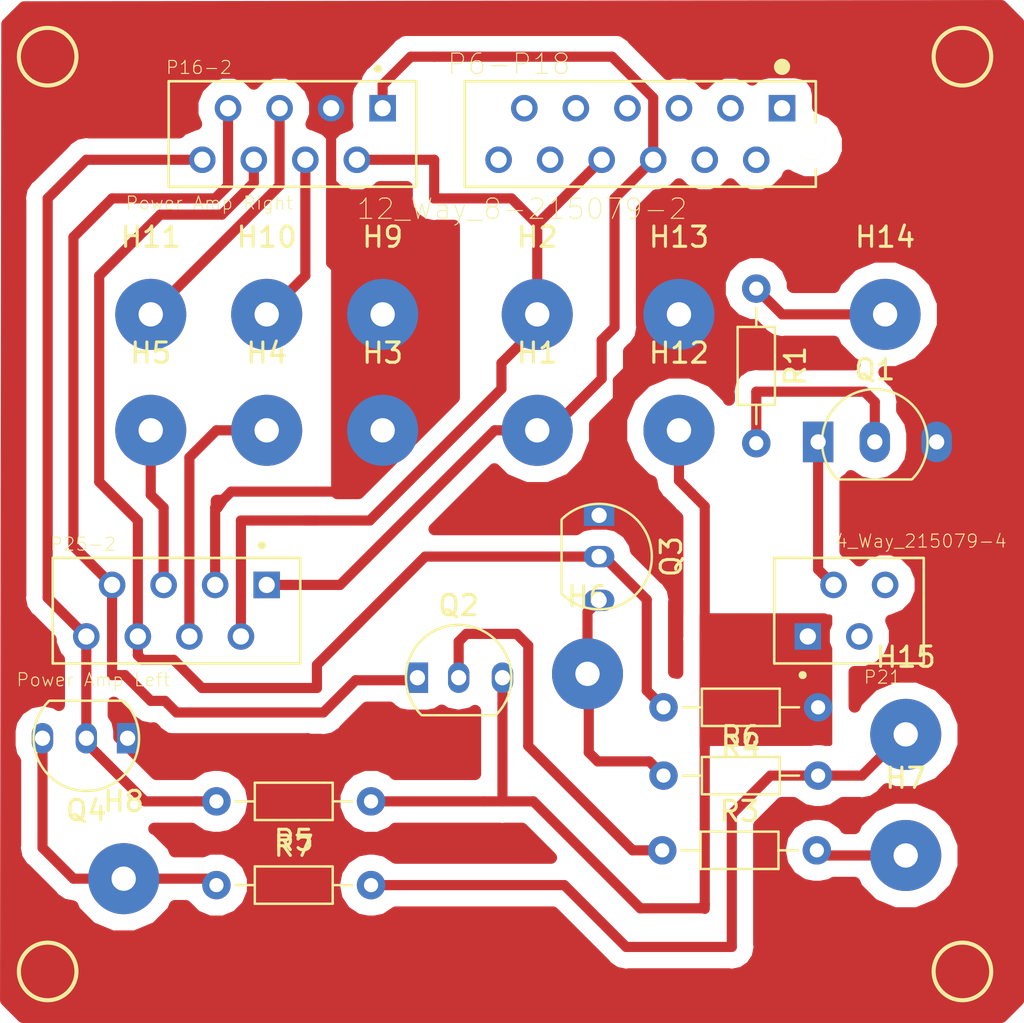
<source format=kicad_pcb>
(kicad_pcb (version 20171130) (host pcbnew "(5.0.2)-1")

  (general
    (thickness 1.6)
    (drawings 4)
    (tracks 179)
    (zones 0)
    (modules 29)
    (nets 32)
  )

  (page A4)
  (layers
    (0 F.Cu signal)
    (31 B.Cu signal)
    (32 B.Adhes user)
    (33 F.Adhes user)
    (34 B.Paste user)
    (35 F.Paste user)
    (36 B.SilkS user)
    (37 F.SilkS user)
    (38 B.Mask user)
    (39 F.Mask user)
    (40 Dwgs.User user)
    (41 Cmts.User user)
    (42 Eco1.User user)
    (43 Eco2.User user)
    (44 Edge.Cuts user)
    (45 Margin user)
    (46 B.CrtYd user)
    (47 F.CrtYd user)
    (48 B.Fab user)
    (49 F.Fab user)
  )

  (setup
    (last_trace_width 0.5)
    (trace_clearance 0.3)
    (zone_clearance 0.8)
    (zone_45_only yes)
    (trace_min 0.2)
    (segment_width 0.2)
    (edge_width 0.15)
    (via_size 0.8)
    (via_drill 0.4)
    (via_min_size 0.4)
    (via_min_drill 0.3)
    (uvia_size 0.3)
    (uvia_drill 0.1)
    (uvias_allowed no)
    (uvia_min_size 0.2)
    (uvia_min_drill 0.1)
    (pcb_text_width 0.3)
    (pcb_text_size 1.5 1.5)
    (mod_edge_width 0.15)
    (mod_text_size 1 1)
    (mod_text_width 0.15)
    (pad_size 1.524 1.524)
    (pad_drill 0.762)
    (pad_to_mask_clearance 0.051)
    (solder_mask_min_width 0.25)
    (aux_axis_origin 0 0)
    (visible_elements 7FFFFFFF)
    (pcbplotparams
      (layerselection 0x01000_7fffffff)
      (usegerberextensions false)
      (usegerberattributes false)
      (usegerberadvancedattributes false)
      (creategerberjobfile false)
      (excludeedgelayer true)
      (linewidth 0.100000)
      (plotframeref false)
      (viasonmask false)
      (mode 1)
      (useauxorigin false)
      (hpglpennumber 1)
      (hpglpenspeed 20)
      (hpglpendiameter 15.000000)
      (psnegative false)
      (psa4output false)
      (plotreference true)
      (plotvalue true)
      (plotinvisibletext false)
      (padsonsilk false)
      (subtractmaskfromsilk false)
      (outputformat 4)
      (mirror false)
      (drillshape 0)
      (scaleselection 1)
      (outputdirectory "./"))
  )

  (net 0 "")
  (net 1 /+9V)
  (net 2 "Net-(P6-P18-Pad1)")
  (net 3 "Net-(P6-P18-Pad2)")
  (net 4 "Net-(P6-P18-Pad3)")
  (net 5 "Net-(P6-P18-Pad4)")
  (net 6 "Net-(P6-P18-Pad5)")
  (net 7 "Net-(P6-P18-Pad6)")
  (net 8 "Net-(P6-P18-Pad7)")
  (net 9 "Net-(P6-P18-Pad8)")
  (net 10 /-9V)
  (net 11 "Net-(P6-P18-Pad11)")
  (net 12 "Net-(P6-P18-Pad12)")
  (net 13 /BASL)
  (net 14 /TREBL)
  (net 15 /PMUTE)
  (net 16 /TREBR)
  (net 17 /BASR)
  (net 18 "Net-(H12-Pad1)")
  (net 19 "Net-(H14-Pad1)")
  (net 20 "Net-(Q1-Pad2)")
  (net 21 /~PLIM)
  (net 22 GND)
  (net 23 "Net-(H6-Pad1)")
  (net 24 "Net-(H8-Pad1)")
  (net 25 /~PFAIL)
  (net 26 "Net-(Q2-Pad2)")
  (net 27 "Net-(H15-Pad1)")
  (net 28 "Net-(H7-Pad1)")
  (net 29 "Net-(P21-Pad2)")
  (net 30 "Net-(P21-Pad3)")
  (net 31 "Net-(P21-Pad4)")

  (net_class Default "This is the default net class."
    (clearance 0.3)
    (trace_width 0.5)
    (via_dia 0.8)
    (via_drill 0.4)
    (uvia_dia 0.3)
    (uvia_drill 0.1)
    (add_net /+9V)
    (add_net /-9V)
    (add_net /BASL)
    (add_net /BASR)
    (add_net /PMUTE)
    (add_net /TREBL)
    (add_net /TREBR)
    (add_net /~PFAIL)
    (add_net /~PLIM)
    (add_net GND)
    (add_net "Net-(H12-Pad1)")
    (add_net "Net-(H14-Pad1)")
    (add_net "Net-(H15-Pad1)")
    (add_net "Net-(H6-Pad1)")
    (add_net "Net-(H7-Pad1)")
    (add_net "Net-(H8-Pad1)")
    (add_net "Net-(P21-Pad2)")
    (add_net "Net-(P21-Pad3)")
    (add_net "Net-(P21-Pad4)")
    (add_net "Net-(P6-P18-Pad1)")
    (add_net "Net-(P6-P18-Pad11)")
    (add_net "Net-(P6-P18-Pad12)")
    (add_net "Net-(P6-P18-Pad2)")
    (add_net "Net-(P6-P18-Pad3)")
    (add_net "Net-(P6-P18-Pad4)")
    (add_net "Net-(P6-P18-Pad5)")
    (add_net "Net-(P6-P18-Pad6)")
    (add_net "Net-(P6-P18-Pad7)")
    (add_net "Net-(P6-P18-Pad8)")
    (add_net "Net-(Q1-Pad2)")
    (add_net "Net-(Q2-Pad2)")
  )

  (module Connector_TE_215079_Series:TE_8-215079-2 (layer F.Cu) (tedit 5C965404) (tstamp 5C765755)
    (at 166.37 85.09)
    (path /5C69B0E0)
    (fp_text reference P6-P18 (at -13.4631 -2.17712) (layer F.SilkS)
      (effects (font (size 1.00098 1.00098) (thickness 0.05)))
    )
    (fp_text value 12_Way_8-215079-2 (at -12.817 4.96579) (layer F.SilkS)
      (effects (font (size 1.00016 1.00016) (thickness 0.05)))
    )
    (fp_circle (center 0 -2.04) (end 0.2 -2.04) (layer F.SilkS) (width 0.4))
    (fp_circle (center 0 0) (end 0.2 0) (layer Eco2.User) (width 0.4))
    (fp_line (start -15.885 4.12) (end -15.885 -1.58) (layer Eco1.User) (width 0.05))
    (fp_line (start 2.635 4.12) (end -15.885 4.12) (layer Eco1.User) (width 0.05))
    (fp_line (start 2.635 -1.58) (end 2.635 4.12) (layer Eco1.User) (width 0.05))
    (fp_line (start -15.885 -1.58) (end 2.635 -1.58) (layer Eco1.User) (width 0.05))
    (fp_line (start 1.665 3.87) (end 1.665 3) (layer F.SilkS) (width 0.127))
    (fp_line (start 1.665 -1.33) (end 1.665 0.7) (layer F.SilkS) (width 0.127))
    (fp_line (start -15.635 -1.33) (end -15.635 3.87) (layer F.SilkS) (width 0.127))
    (fp_line (start 1.665 -1.33) (end -15.635 -1.33) (layer F.SilkS) (width 0.127))
    (fp_line (start -15.635 3.87) (end 1.665 3.87) (layer F.SilkS) (width 0.127))
    (fp_line (start -15.635 -1.33) (end -15.635 3.87) (layer Eco2.User) (width 0.127))
    (fp_line (start 1.665 -1.33) (end -15.635 -1.33) (layer Eco2.User) (width 0.127))
    (fp_line (start 1.665 3.87) (end 1.665 -1.33) (layer Eco2.User) (width 0.127))
    (fp_line (start -15.635 3.87) (end 1.665 3.87) (layer Eco2.User) (width 0.127))
    (pad 2 thru_hole circle (at -1.27 2.54) (size 1.308 1.308) (drill 0.8) (layers *.Cu *.Mask)
      (net 3 "Net-(P6-P18-Pad2)"))
    (pad 4 thru_hole circle (at -3.81 2.54) (size 1.308 1.308) (drill 0.8) (layers *.Cu *.Mask)
      (net 5 "Net-(P6-P18-Pad4)"))
    (pad Hole np_thru_hole circle (at 1.4 1.8) (size 1.5 1.5) (drill 1.5) (layers *.Cu *.Mask F.SilkS))
    (pad 6 thru_hole circle (at -6.35 2.54) (size 1.308 1.308) (drill 0.8) (layers *.Cu *.Mask)
      (net 7 "Net-(P6-P18-Pad6)"))
    (pad 8 thru_hole circle (at -8.89 2.54) (size 1.308 1.308) (drill 0.8) (layers *.Cu *.Mask)
      (net 9 "Net-(P6-P18-Pad8)"))
    (pad 10 thru_hole circle (at -11.43 2.54) (size 1.308 1.308) (drill 0.8) (layers *.Cu *.Mask)
      (net 1 /+9V))
    (pad 12 thru_hole circle (at -13.97 2.54) (size 1.308 1.308) (drill 0.8) (layers *.Cu *.Mask)
      (net 12 "Net-(P6-P18-Pad12)"))
    (pad 11 thru_hole circle (at -12.7 0) (size 1.308 1.308) (drill 0.8) (layers *.Cu *.Mask)
      (net 11 "Net-(P6-P18-Pad11)"))
    (pad 9 thru_hole circle (at -10.16 0) (size 1.308 1.308) (drill 0.8) (layers *.Cu *.Mask)
      (net 10 /-9V))
    (pad 7 thru_hole circle (at -7.62 0) (size 1.308 1.308) (drill 0.8) (layers *.Cu *.Mask)
      (net 8 "Net-(P6-P18-Pad7)"))
    (pad 5 thru_hole circle (at -5.08 0) (size 1.308 1.308) (drill 0.8) (layers *.Cu *.Mask)
      (net 6 "Net-(P6-P18-Pad5)"))
    (pad 3 thru_hole circle (at -2.54 0) (size 1.308 1.308) (drill 0.8) (layers *.Cu *.Mask)
      (net 4 "Net-(P6-P18-Pad3)"))
    (pad 1 thru_hole rect (at 0 0) (size 1.308 1.308) (drill 0.8) (layers *.Cu *.Mask)
      (net 2 "Net-(P6-P18-Pad1)"))
  )

  (module JamesParts:BC549_WideTerms (layer F.Cu) (tedit 5C86B2FF) (tstamp 5C8F5A81)
    (at 168.148 101.5365)
    (descr "TO-92 leads in-line, narrow, oval pads, drill 0.75mm (see NXP sot054_po.pdf)")
    (tags "to-92 sc-43 sc-43a sot54 PA33 transistor")
    (path /5C9701AB)
    (fp_text reference Q1 (at 2.794 -3.56) (layer F.SilkS)
      (effects (font (size 1 1) (thickness 0.15)))
    )
    (fp_text value BC549 (at 3.048 2.794) (layer F.Fab)
      (effects (font (size 1 1) (thickness 0.15)))
    )
    (fp_arc (start 2.794 0) (end 2.794 -2.6) (angle 135) (layer F.SilkS) (width 0.12))
    (fp_arc (start 2.794 0) (end 2.794 -2.48) (angle -135) (layer F.Fab) (width 0.1))
    (fp_arc (start 2.794 0) (end 2.794 -2.6) (angle -135) (layer F.SilkS) (width 0.12))
    (fp_arc (start 2.794 0) (end 2.794 -2.48) (angle 135) (layer F.Fab) (width 0.1))
    (fp_line (start 6.858 2.032) (end -1.016 2.032) (layer F.CrtYd) (width 0.05))
    (fp_line (start 6.858 2.032) (end 6.858 -2.794) (layer F.CrtYd) (width 0.05))
    (fp_line (start -1.016 -2.794) (end -1.016 2.032) (layer F.CrtYd) (width 0.05))
    (fp_line (start -1.016 -2.794) (end 6.858 -2.794) (layer F.CrtYd) (width 0.05))
    (fp_line (start 1.024 1.75) (end 4.524 1.75) (layer F.Fab) (width 0.1))
    (fp_line (start 0.994 1.85) (end 4.594 1.85) (layer F.SilkS) (width 0.12))
    (fp_text user %R (at 2.794 -3.56) (layer F.Fab)
      (effects (font (size 1 1) (thickness 0.15)))
    )
    (pad 1 thru_hole rect (at 0 0) (size 1.5 2) (drill 0.75) (layers *.Cu *.Mask)
      (net 29 "Net-(P21-Pad2)"))
    (pad 3 thru_hole oval (at 5.842 0) (size 1.5 2) (drill 0.75) (layers *.Cu *.Mask)
      (net 22 GND))
    (pad 2 thru_hole oval (at 2.794 0) (size 1.5 2) (drill 0.75) (layers *.Cu *.Mask)
      (net 20 "Net-(Q1-Pad2)"))
    (model ${KISYS3DMOD}/Package_TO_SOT_THT.3dshapes/TO-92_Inline.wrl
      (at (xyz 0 0 0))
      (scale (xyz 1 1 1))
      (rotate (xyz 0 0 0))
    )
  )

  (module JamesParts:bc557_WideLegs (layer F.Cu) (tedit 5C8F4F2D) (tstamp 5C8F5A4E)
    (at 133.35 116.1415 180)
    (descr "TO-92 leads in-line, narrow, oval pads, drill 0.75mm (see NXP sot054_po.pdf)")
    (tags "to-92 sc-43 sc-43a sot54 PA33 transistor")
    (path /5C9B7F48)
    (fp_text reference Q4 (at 1.27 -3.56 180) (layer F.SilkS)
      (effects (font (size 1 1) (thickness 0.15)))
    )
    (fp_text value BC557 (at 1.27 2.79 180) (layer F.Fab)
      (effects (font (size 1 1) (thickness 0.15)))
    )
    (fp_text user %R (at 1.27 -3.56 180) (layer F.Fab)
      (effects (font (size 1 1) (thickness 0.15)))
    )
    (fp_line (start -0.53 1.85) (end 3.07 1.85) (layer F.SilkS) (width 0.12))
    (fp_line (start -0.5 1.75) (end 3 1.75) (layer F.Fab) (width 0.1))
    (fp_line (start -1.46 -2.73) (end 4 -2.73) (layer F.CrtYd) (width 0.05))
    (fp_line (start -1.46 -2.73) (end -1.46 2.01) (layer F.CrtYd) (width 0.05))
    (fp_line (start 4 2.01) (end 4 -2.73) (layer F.CrtYd) (width 0.05))
    (fp_line (start 4 2.01) (end -1.46 2.01) (layer F.CrtYd) (width 0.05))
    (fp_arc (start 1.27 0) (end 1.27 -2.48) (angle 135) (layer F.Fab) (width 0.1))
    (fp_arc (start 1.27 0) (end 1.27 -2.6) (angle -135) (layer F.SilkS) (width 0.12))
    (fp_arc (start 1.27 0) (end 1.27 -2.48) (angle -135) (layer F.Fab) (width 0.1))
    (fp_arc (start 1.27 0) (end 1.27 -2.6) (angle 135) (layer F.SilkS) (width 0.12))
    (pad 2 thru_hole oval (at 1.27 0 180) (size 1.05 1.5) (drill 0.75) (layers *.Cu *.Mask)
      (net 25 /~PFAIL))
    (pad 3 thru_hole oval (at 3.429 0 180) (size 1.05 1.5) (drill 0.75) (layers *.Cu *.Mask)
      (net 24 "Net-(H8-Pad1)"))
    (pad 1 thru_hole rect (at -0.762 0 180) (size 1.05 1.5) (drill 0.75) (layers *.Cu *.Mask)
      (net 22 GND))
    (model ${KISYS3DMOD}/Package_TO_SOT_THT.3dshapes/TO-92_Inline.wrl
      (at (xyz 0 0 0))
      (scale (xyz 1 1 1))
      (rotate (xyz 0 0 0))
    )
  )

  (module JamesParts:bc557_WideLegs (layer F.Cu) (tedit 5C8F4F2D) (tstamp 5C8F5A5F)
    (at 157.353 105.918 270)
    (descr "TO-92 leads in-line, narrow, oval pads, drill 0.75mm (see NXP sot054_po.pdf)")
    (tags "to-92 sc-43 sc-43a sot54 PA33 transistor")
    (path /5C9A882E)
    (fp_text reference Q3 (at 1.27 -3.56 270) (layer F.SilkS)
      (effects (font (size 1 1) (thickness 0.15)))
    )
    (fp_text value BC557 (at 1.27 2.79 270) (layer F.Fab)
      (effects (font (size 1 1) (thickness 0.15)))
    )
    (fp_text user %R (at 1.27 -3.56 270) (layer F.Fab)
      (effects (font (size 1 1) (thickness 0.15)))
    )
    (fp_line (start -0.53 1.85) (end 3.07 1.85) (layer F.SilkS) (width 0.12))
    (fp_line (start -0.5 1.75) (end 3 1.75) (layer F.Fab) (width 0.1))
    (fp_line (start -1.46 -2.73) (end 4 -2.73) (layer F.CrtYd) (width 0.05))
    (fp_line (start -1.46 -2.73) (end -1.46 2.01) (layer F.CrtYd) (width 0.05))
    (fp_line (start 4 2.01) (end 4 -2.73) (layer F.CrtYd) (width 0.05))
    (fp_line (start 4 2.01) (end -1.46 2.01) (layer F.CrtYd) (width 0.05))
    (fp_arc (start 1.27 0) (end 1.27 -2.48) (angle 135) (layer F.Fab) (width 0.1))
    (fp_arc (start 1.27 0) (end 1.27 -2.6) (angle -135) (layer F.SilkS) (width 0.12))
    (fp_arc (start 1.27 0) (end 1.27 -2.48) (angle -135) (layer F.Fab) (width 0.1))
    (fp_arc (start 1.27 0) (end 1.27 -2.6) (angle 135) (layer F.SilkS) (width 0.12))
    (pad 2 thru_hole oval (at 1.27 0 270) (size 1.05 1.5) (drill 0.75) (layers *.Cu *.Mask)
      (net 21 /~PLIM))
    (pad 3 thru_hole oval (at 3.429 0 270) (size 1.05 1.5) (drill 0.75) (layers *.Cu *.Mask)
      (net 23 "Net-(H6-Pad1)"))
    (pad 1 thru_hole rect (at -0.762 0 270) (size 1.05 1.5) (drill 0.75) (layers *.Cu *.Mask)
      (net 22 GND))
    (model ${KISYS3DMOD}/Package_TO_SOT_THT.3dshapes/TO-92_Inline.wrl
      (at (xyz 0 0 0))
      (scale (xyz 1 1 1))
      (rotate (xyz 0 0 0))
    )
  )

  (module JamesParts:bc557_WideLegs (layer F.Cu) (tedit 5C8F4F2D) (tstamp 5C8F5A70)
    (at 149.1615 113.157)
    (descr "TO-92 leads in-line, narrow, oval pads, drill 0.75mm (see NXP sot054_po.pdf)")
    (tags "to-92 sc-43 sc-43a sot54 PA33 transistor")
    (path /5C99A905)
    (fp_text reference Q2 (at 1.27 -3.56) (layer F.SilkS)
      (effects (font (size 1 1) (thickness 0.15)))
    )
    (fp_text value BC557 (at 1.27 2.79) (layer F.Fab)
      (effects (font (size 1 1) (thickness 0.15)))
    )
    (fp_text user %R (at 1.27 -3.56) (layer F.Fab)
      (effects (font (size 1 1) (thickness 0.15)))
    )
    (fp_line (start -0.53 1.85) (end 3.07 1.85) (layer F.SilkS) (width 0.12))
    (fp_line (start -0.5 1.75) (end 3 1.75) (layer F.Fab) (width 0.1))
    (fp_line (start -1.46 -2.73) (end 4 -2.73) (layer F.CrtYd) (width 0.05))
    (fp_line (start -1.46 -2.73) (end -1.46 2.01) (layer F.CrtYd) (width 0.05))
    (fp_line (start 4 2.01) (end 4 -2.73) (layer F.CrtYd) (width 0.05))
    (fp_line (start 4 2.01) (end -1.46 2.01) (layer F.CrtYd) (width 0.05))
    (fp_arc (start 1.27 0) (end 1.27 -2.48) (angle 135) (layer F.Fab) (width 0.1))
    (fp_arc (start 1.27 0) (end 1.27 -2.6) (angle -135) (layer F.SilkS) (width 0.12))
    (fp_arc (start 1.27 0) (end 1.27 -2.48) (angle -135) (layer F.Fab) (width 0.1))
    (fp_arc (start 1.27 0) (end 1.27 -2.6) (angle 135) (layer F.SilkS) (width 0.12))
    (pad 2 thru_hole oval (at 1.27 0) (size 1.05 1.5) (drill 0.75) (layers *.Cu *.Mask)
      (net 26 "Net-(Q2-Pad2)"))
    (pad 3 thru_hole oval (at 3.429 0) (size 1.05 1.5) (drill 0.75) (layers *.Cu *.Mask)
      (net 18 "Net-(H12-Pad1)"))
    (pad 1 thru_hole rect (at -0.762 0) (size 1.05 1.5) (drill 0.75) (layers *.Cu *.Mask)
      (net 15 /PMUTE))
    (model ${KISYS3DMOD}/Package_TO_SOT_THT.3dshapes/TO-92_Inline.wrl
      (at (xyz 0 0 0))
      (scale (xyz 1 1 1))
      (rotate (xyz 0 0 0))
    )
  )

  (module TE_215079-8 (layer F.Cu) (tedit 5C76E88F) (tstamp 5C76576E)
    (at 136.525 109.855)
    (path /5C69AEBA)
    (fp_text reference P25-2 (at -4.6062 -3.27768) (layer F.SilkS)
      (effects (font (size 0.64025 0.64025) (thickness 0.05)))
    )
    (fp_text value "Power Amp Left" (at -4.09928 3.40467) (layer F.SilkS)
      (effects (font (size 0.640201 0.640201) (thickness 0.05)))
    )
    (fp_circle (center 4.21 -3.22) (end 4.31 -3.22) (layer F.SilkS) (width 0.2))
    (fp_line (start -6.1 -2.6) (end -6.1 2.6) (layer F.SilkS) (width 0.127))
    (fp_line (start -6.1 2.6) (end 6.1 2.6) (layer F.SilkS) (width 0.127))
    (fp_line (start 6.1 2.6) (end 6.1 -2.6) (layer F.SilkS) (width 0.127))
    (fp_line (start 6.1 -2.6) (end -6.1 -2.6) (layer F.SilkS) (width 0.127))
    (fp_line (start -6.35 -2.85) (end 6.35 -2.85) (layer Eco1.User) (width 0.05))
    (fp_line (start 6.35 -2.85) (end 6.35 2.85) (layer Eco1.User) (width 0.05))
    (fp_line (start 6.35 2.85) (end -6.35 2.85) (layer Eco1.User) (width 0.05))
    (fp_line (start -6.35 2.85) (end -6.35 -2.85) (layer Eco1.User) (width 0.05))
    (fp_line (start -6.1 2.6) (end 6.1 2.6) (layer Eco2.User) (width 0.127))
    (fp_line (start 6.1 -2.6) (end -6.1 -2.6) (layer Eco2.User) (width 0.127))
    (fp_line (start -6.1 -2.6) (end -6.1 2.6) (layer Eco2.User) (width 0.127))
    (fp_line (start 6.1 2.6) (end 6.1 -2.6) (layer Eco2.User) (width 0.127))
    (pad 1 thru_hole rect (at 4.445 -1.27) (size 1.308 1.308) (drill 0.8) (layers *.Cu *.Mask)
      (net 1 /+9V))
    (pad 2 thru_hole circle (at 3.175 1.27) (size 1.308 1.308) (drill 0.8) (layers *.Cu *.Mask)
      (net 10 /-9V))
    (pad 3 thru_hole circle (at 1.905 -1.27) (size 1.308 1.308) (drill 0.8) (layers *.Cu *.Mask)
      (net 22 GND))
    (pad 4 thru_hole circle (at 0.635 1.27) (size 1.308 1.308) (drill 0.8) (layers *.Cu *.Mask)
      (net 13 /BASL))
    (pad 5 thru_hole circle (at -0.635 -1.27) (size 1.308 1.308) (drill 0.8) (layers *.Cu *.Mask)
      (net 14 /TREBL))
    (pad 6 thru_hole circle (at -1.905 1.27) (size 1.308 1.308) (drill 0.8) (layers *.Cu *.Mask)
      (net 21 /~PLIM))
    (pad 7 thru_hole circle (at -3.175 -1.27) (size 1.308 1.308) (drill 0.8) (layers *.Cu *.Mask)
      (net 15 /PMUTE))
    (pad 8 thru_hole circle (at -4.445 1.27) (size 1.308 1.308) (drill 0.8) (layers *.Cu *.Mask)
      (net 25 /~PFAIL))
  )

  (module Connector_TE_215079_Series:TE_215079-4 (layer F.Cu) (tedit 5C8EABDB) (tstamp 5C8F5BA2)
    (at 172.085 109.855 180)
    (path /5C8F39AC)
    (fp_text reference P21 (at 0.762 -3.27768 180) (layer F.SilkS)
      (effects (font (size 0.64025 0.64025) (thickness 0.05)))
    )
    (fp_text value 4_Way_215079-4 (at -1.143 3.429 180) (layer F.SilkS)
      (effects (font (size 0.640201 0.640201) (thickness 0.05)))
    )
    (fp_circle (center 4.699 -3.175) (end 4.799 -3.175) (layer F.SilkS) (width 0.2))
    (fp_line (start -1.27 -2.5838) (end -1.27 2.54) (layer F.SilkS) (width 0.127))
    (fp_line (start -1.27 2.6) (end 6.1 2.6) (layer F.SilkS) (width 0.127))
    (fp_line (start 6.1 2.6) (end 6.1 -2.6) (layer F.SilkS) (width 0.127))
    (fp_line (start 6.1 -2.6) (end -1.27 -2.6) (layer F.SilkS) (width 0.127))
    (fp_line (start -1.524 -2.85) (end 6.35 -2.85) (layer Eco1.User) (width 0.05))
    (fp_line (start 6.35 -2.85) (end 6.35 2.85) (layer Eco1.User) (width 0.05))
    (fp_line (start 6.35 2.85) (end -1.524 2.85) (layer Eco1.User) (width 0.05))
    (fp_line (start -1.524 2.85) (end -1.524 -2.85) (layer Eco1.User) (width 0.05))
    (fp_line (start -1.27 2.6) (end 6.1 2.6) (layer Eco2.User) (width 0.127))
    (fp_line (start 6.1 -2.6) (end -1.27 -2.6) (layer Eco2.User) (width 0.127))
    (fp_line (start -1.27 -2.54) (end -1.27 2.54) (layer Eco2.User) (width 0.127))
    (fp_line (start 6.1 2.6) (end 6.1 -2.6) (layer Eco2.User) (width 0.127))
    (pad 1 thru_hole rect (at 4.445 -1.27 180) (size 1.308 1.308) (drill 0.8) (layers *.Cu *.Mask)
      (net 18 "Net-(H12-Pad1)"))
    (pad 2 thru_hole circle (at 3.175 1.27 180) (size 1.308 1.308) (drill 0.8) (layers *.Cu *.Mask)
      (net 29 "Net-(P21-Pad2)"))
    (pad 3 thru_hole circle (at 1.905 -1.27 180) (size 1.308 1.308) (drill 0.8) (layers *.Cu *.Mask)
      (net 30 "Net-(P21-Pad3)"))
    (pad 4 thru_hole circle (at 0.635 1.27 180) (size 1.308 1.308) (drill 0.8) (layers *.Cu *.Mask)
      (net 31 "Net-(P21-Pad4)"))
  )

  (module Resistor_THT:R_Axial_DIN0204_L3.6mm_D1.6mm_P7.62mm_Horizontal (layer F.Cu) (tedit 5AE5139B) (tstamp 5C8F59E0)
    (at 165.1 93.98 270)
    (descr "Resistor, Axial_DIN0204 series, Axial, Horizontal, pin pitch=7.62mm, 0.167W, length*diameter=3.6*1.6mm^2, http://cdn-reichelt.de/documents/datenblatt/B400/1_4W%23YAG.pdf")
    (tags "Resistor Axial_DIN0204 series Axial Horizontal pin pitch 7.62mm 0.167W length 3.6mm diameter 1.6mm")
    (path /5C6D4368)
    (fp_text reference R1 (at 3.81 -1.92 270) (layer F.SilkS)
      (effects (font (size 1 1) (thickness 0.15)))
    )
    (fp_text value 1k (at 3.81 1.92 270) (layer F.Fab)
      (effects (font (size 1 1) (thickness 0.15)))
    )
    (fp_text user %R (at 3.81 0 270) (layer F.Fab)
      (effects (font (size 0.72 0.72) (thickness 0.108)))
    )
    (fp_line (start 8.57 -1.05) (end -0.95 -1.05) (layer F.CrtYd) (width 0.05))
    (fp_line (start 8.57 1.05) (end 8.57 -1.05) (layer F.CrtYd) (width 0.05))
    (fp_line (start -0.95 1.05) (end 8.57 1.05) (layer F.CrtYd) (width 0.05))
    (fp_line (start -0.95 -1.05) (end -0.95 1.05) (layer F.CrtYd) (width 0.05))
    (fp_line (start 6.68 0) (end 5.73 0) (layer F.SilkS) (width 0.12))
    (fp_line (start 0.94 0) (end 1.89 0) (layer F.SilkS) (width 0.12))
    (fp_line (start 5.73 -0.92) (end 1.89 -0.92) (layer F.SilkS) (width 0.12))
    (fp_line (start 5.73 0.92) (end 5.73 -0.92) (layer F.SilkS) (width 0.12))
    (fp_line (start 1.89 0.92) (end 5.73 0.92) (layer F.SilkS) (width 0.12))
    (fp_line (start 1.89 -0.92) (end 1.89 0.92) (layer F.SilkS) (width 0.12))
    (fp_line (start 7.62 0) (end 5.61 0) (layer F.Fab) (width 0.1))
    (fp_line (start 0 0) (end 2.01 0) (layer F.Fab) (width 0.1))
    (fp_line (start 5.61 -0.8) (end 2.01 -0.8) (layer F.Fab) (width 0.1))
    (fp_line (start 5.61 0.8) (end 5.61 -0.8) (layer F.Fab) (width 0.1))
    (fp_line (start 2.01 0.8) (end 5.61 0.8) (layer F.Fab) (width 0.1))
    (fp_line (start 2.01 -0.8) (end 2.01 0.8) (layer F.Fab) (width 0.1))
    (pad 2 thru_hole oval (at 7.62 0 270) (size 1.4 1.4) (drill 0.7) (layers *.Cu *.Mask)
      (net 20 "Net-(Q1-Pad2)"))
    (pad 1 thru_hole circle (at 0 0 270) (size 1.4 1.4) (drill 0.7) (layers *.Cu *.Mask)
      (net 19 "Net-(H14-Pad1)"))
    (model ${KISYS3DMOD}/Resistor_THT.3dshapes/R_Axial_DIN0204_L3.6mm_D1.6mm_P7.62mm_Horizontal.wrl
      (at (xyz 0 0 0))
      (scale (xyz 1 1 1))
      (rotate (xyz 0 0 0))
    )
  )

  (module Resistor_THT:R_Axial_DIN0204_L3.6mm_D1.6mm_P7.62mm_Horizontal (layer F.Cu) (tedit 5AE5139B) (tstamp 5C8F5987)
    (at 146.1135 119.253 180)
    (descr "Resistor, Axial_DIN0204 series, Axial, Horizontal, pin pitch=7.62mm, 0.167W, length*diameter=3.6*1.6mm^2, http://cdn-reichelt.de/documents/datenblatt/B400/1_4W%23YAG.pdf")
    (tags "Resistor Axial_DIN0204 series Axial Horizontal pin pitch 7.62mm 0.167W length 3.6mm diameter 1.6mm")
    (path /5C835921)
    (fp_text reference R5 (at 3.81 -1.92 180) (layer F.SilkS)
      (effects (font (size 1 1) (thickness 0.15)))
    )
    (fp_text value 10k (at 3.81 1.92 180) (layer F.Fab)
      (effects (font (size 1 1) (thickness 0.15)))
    )
    (fp_line (start 2.01 -0.8) (end 2.01 0.8) (layer F.Fab) (width 0.1))
    (fp_line (start 2.01 0.8) (end 5.61 0.8) (layer F.Fab) (width 0.1))
    (fp_line (start 5.61 0.8) (end 5.61 -0.8) (layer F.Fab) (width 0.1))
    (fp_line (start 5.61 -0.8) (end 2.01 -0.8) (layer F.Fab) (width 0.1))
    (fp_line (start 0 0) (end 2.01 0) (layer F.Fab) (width 0.1))
    (fp_line (start 7.62 0) (end 5.61 0) (layer F.Fab) (width 0.1))
    (fp_line (start 1.89 -0.92) (end 1.89 0.92) (layer F.SilkS) (width 0.12))
    (fp_line (start 1.89 0.92) (end 5.73 0.92) (layer F.SilkS) (width 0.12))
    (fp_line (start 5.73 0.92) (end 5.73 -0.92) (layer F.SilkS) (width 0.12))
    (fp_line (start 5.73 -0.92) (end 1.89 -0.92) (layer F.SilkS) (width 0.12))
    (fp_line (start 0.94 0) (end 1.89 0) (layer F.SilkS) (width 0.12))
    (fp_line (start 6.68 0) (end 5.73 0) (layer F.SilkS) (width 0.12))
    (fp_line (start -0.95 -1.05) (end -0.95 1.05) (layer F.CrtYd) (width 0.05))
    (fp_line (start -0.95 1.05) (end 8.57 1.05) (layer F.CrtYd) (width 0.05))
    (fp_line (start 8.57 1.05) (end 8.57 -1.05) (layer F.CrtYd) (width 0.05))
    (fp_line (start 8.57 -1.05) (end -0.95 -1.05) (layer F.CrtYd) (width 0.05))
    (fp_text user %R (at 3.81 0 180) (layer F.Fab)
      (effects (font (size 0.72 0.72) (thickness 0.108)))
    )
    (pad 1 thru_hole circle (at 0 0 180) (size 1.4 1.4) (drill 0.7) (layers *.Cu *.Mask)
      (net 18 "Net-(H12-Pad1)"))
    (pad 2 thru_hole oval (at 7.62 0 180) (size 1.4 1.4) (drill 0.7) (layers *.Cu *.Mask)
      (net 25 /~PFAIL))
    (model ${KISYS3DMOD}/Resistor_THT.3dshapes/R_Axial_DIN0204_L3.6mm_D1.6mm_P7.62mm_Horizontal.wrl
      (at (xyz 0 0 0))
      (scale (xyz 1 1 1))
      (rotate (xyz 0 0 0))
    )
  )

  (module Resistor_THT:R_Axial_DIN0204_L3.6mm_D1.6mm_P7.62mm_Horizontal (layer F.Cu) (tedit 5AE5139B) (tstamp 5C765640)
    (at 138.4935 123.3805)
    (descr "Resistor, Axial_DIN0204 series, Axial, Horizontal, pin pitch=7.62mm, 0.167W, length*diameter=3.6*1.6mm^2, http://cdn-reichelt.de/documents/datenblatt/B400/1_4W%23YAG.pdf")
    (tags "Resistor Axial_DIN0204 series Axial Horizontal pin pitch 7.62mm 0.167W length 3.6mm diameter 1.6mm")
    (path /5C857056)
    (fp_text reference R7 (at 3.81 -1.92) (layer F.SilkS)
      (effects (font (size 1 1) (thickness 0.15)))
    )
    (fp_text value 10k (at 3.81 1.92) (layer F.Fab)
      (effects (font (size 1 1) (thickness 0.15)))
    )
    (fp_text user %R (at -3.175 0) (layer F.Fab)
      (effects (font (size 0.72 0.72) (thickness 0.108)))
    )
    (fp_line (start 8.57 -1.05) (end -0.95 -1.05) (layer F.CrtYd) (width 0.05))
    (fp_line (start 8.57 1.05) (end 8.57 -1.05) (layer F.CrtYd) (width 0.05))
    (fp_line (start -0.95 1.05) (end 8.57 1.05) (layer F.CrtYd) (width 0.05))
    (fp_line (start -0.95 -1.05) (end -0.95 1.05) (layer F.CrtYd) (width 0.05))
    (fp_line (start 6.68 0) (end 5.73 0) (layer F.SilkS) (width 0.12))
    (fp_line (start 0.94 0) (end 1.89 0) (layer F.SilkS) (width 0.12))
    (fp_line (start 5.73 -0.92) (end 1.89 -0.92) (layer F.SilkS) (width 0.12))
    (fp_line (start 5.73 0.92) (end 5.73 -0.92) (layer F.SilkS) (width 0.12))
    (fp_line (start 1.89 0.92) (end 5.73 0.92) (layer F.SilkS) (width 0.12))
    (fp_line (start 1.89 -0.92) (end 1.89 0.92) (layer F.SilkS) (width 0.12))
    (fp_line (start 7.62 0) (end 5.61 0) (layer F.Fab) (width 0.1))
    (fp_line (start 0 0) (end 2.01 0) (layer F.Fab) (width 0.1))
    (fp_line (start 5.61 -0.8) (end 2.01 -0.8) (layer F.Fab) (width 0.1))
    (fp_line (start 5.61 0.8) (end 5.61 -0.8) (layer F.Fab) (width 0.1))
    (fp_line (start 2.01 0.8) (end 5.61 0.8) (layer F.Fab) (width 0.1))
    (fp_line (start 2.01 -0.8) (end 2.01 0.8) (layer F.Fab) (width 0.1))
    (pad 2 thru_hole oval (at 7.62 0) (size 1.4 1.4) (drill 0.7) (layers *.Cu *.Mask)
      (net 27 "Net-(H15-Pad1)"))
    (pad 1 thru_hole circle (at 0 0) (size 1.4 1.4) (drill 0.7) (layers *.Cu *.Mask)
      (net 24 "Net-(H8-Pad1)"))
    (model ${KISYS3DMOD}/Resistor_THT.3dshapes/R_Axial_DIN0204_L3.6mm_D1.6mm_P7.62mm_Horizontal.wrl
      (at (xyz 0 0 0))
      (scale (xyz 1 1 1))
      (rotate (xyz 0 0 0))
    )
  )

  (module Connector_Wire:SolderWirePad_1x01_Drill1.2mm (layer F.Cu) (tedit 5AEE5EA7) (tstamp 5C7656F9)
    (at 172.466 121.92)
    (descr "Wire solder connection")
    (tags connector)
    (path /5C69DA01)
    (attr virtual)
    (fp_text reference H7 (at 0 -3.81) (layer F.SilkS)
      (effects (font (size 1 1) (thickness 0.15)))
    )
    (fp_text value PMUTE (at 0 3.175) (layer F.Fab)
      (effects (font (size 1 1) (thickness 0.15)))
    )
    (fp_text user %R (at 0 0) (layer F.Fab)
      (effects (font (size 1 1) (thickness 0.15)))
    )
    (fp_line (start -2.25 -2.25) (end 2.25 -2.25) (layer F.CrtYd) (width 0.05))
    (fp_line (start -2.25 -2.25) (end -2.25 2.25) (layer F.CrtYd) (width 0.05))
    (fp_line (start 2.25 2.25) (end 2.25 -2.25) (layer F.CrtYd) (width 0.05))
    (fp_line (start 2.25 2.25) (end -2.25 2.25) (layer F.CrtYd) (width 0.05))
    (pad 1 thru_hole circle (at 0 0) (size 3.50012 3.50012) (drill 1.19888) (layers *.Cu *.Mask)
      (net 28 "Net-(H7-Pad1)"))
  )

  (module Connector_Wire:SolderWirePad_1x01_Drill1.2mm (layer F.Cu) (tedit 5AEE5EA7) (tstamp 5C765721)
    (at 161.29 100.965)
    (descr "Wire solder connection")
    (tags connector)
    (path /5C6A4BC3)
    (attr virtual)
    (fp_text reference H12 (at 0 -3.81) (layer F.SilkS)
      (effects (font (size 1 1) (thickness 0.15)))
    )
    (fp_text value +5V (at 0 3.175) (layer F.Fab)
      (effects (font (size 1 1) (thickness 0.15)))
    )
    (fp_text user %R (at 0 0) (layer F.Fab)
      (effects (font (size 1 1) (thickness 0.15)))
    )
    (fp_line (start -2.25 -2.25) (end 2.25 -2.25) (layer F.CrtYd) (width 0.05))
    (fp_line (start -2.25 -2.25) (end -2.25 2.25) (layer F.CrtYd) (width 0.05))
    (fp_line (start 2.25 2.25) (end 2.25 -2.25) (layer F.CrtYd) (width 0.05))
    (fp_line (start 2.25 2.25) (end -2.25 2.25) (layer F.CrtYd) (width 0.05))
    (pad 1 thru_hole circle (at 0 0) (size 3.50012 3.50012) (drill 1.19888) (layers *.Cu *.Mask)
      (net 18 "Net-(H12-Pad1)"))
  )

  (module Connector_Wire:SolderWirePad_1x01_Drill1.2mm (layer F.Cu) (tedit 5AEE5EA7) (tstamp 5C7656DB)
    (at 140.97 100.965)
    (descr "Wire solder connection")
    (tags connector)
    (path /5C69D0D0)
    (attr virtual)
    (fp_text reference H4 (at 0 -3.81) (layer F.SilkS)
      (effects (font (size 1 1) (thickness 0.15)))
    )
    (fp_text value BASS (at 0 3.175) (layer F.Fab)
      (effects (font (size 1 1) (thickness 0.15)))
    )
    (fp_line (start 2.25 2.25) (end -2.25 2.25) (layer F.CrtYd) (width 0.05))
    (fp_line (start 2.25 2.25) (end 2.25 -2.25) (layer F.CrtYd) (width 0.05))
    (fp_line (start -2.25 -2.25) (end -2.25 2.25) (layer F.CrtYd) (width 0.05))
    (fp_line (start -2.25 -2.25) (end 2.25 -2.25) (layer F.CrtYd) (width 0.05))
    (fp_text user %R (at 0 0) (layer F.Fab)
      (effects (font (size 1 1) (thickness 0.15)))
    )
    (pad 1 thru_hole circle (at 0 0) (size 3.50012 3.50012) (drill 1.19888) (layers *.Cu *.Mask)
      (net 13 /BASL))
  )

  (module Connector_Wire:SolderWirePad_1x01_Drill1.2mm (layer F.Cu) (tedit 5AEE5EA7) (tstamp 5C7656E5)
    (at 135.255 100.965)
    (descr "Wire solder connection")
    (tags connector)
    (path /5C69D203)
    (attr virtual)
    (fp_text reference H5 (at 0 -3.81) (layer F.SilkS)
      (effects (font (size 1 1) (thickness 0.15)))
    )
    (fp_text value TREB (at 0 3.175) (layer F.Fab)
      (effects (font (size 1 1) (thickness 0.15)))
    )
    (fp_text user %R (at 0 0) (layer F.Fab)
      (effects (font (size 1 1) (thickness 0.15)))
    )
    (fp_line (start -2.25 -2.25) (end 2.25 -2.25) (layer F.CrtYd) (width 0.05))
    (fp_line (start -2.25 -2.25) (end -2.25 2.25) (layer F.CrtYd) (width 0.05))
    (fp_line (start 2.25 2.25) (end 2.25 -2.25) (layer F.CrtYd) (width 0.05))
    (fp_line (start 2.25 2.25) (end -2.25 2.25) (layer F.CrtYd) (width 0.05))
    (pad 1 thru_hole circle (at 0 0) (size 3.50012 3.50012) (drill 1.19888) (layers *.Cu *.Mask)
      (net 14 /TREBL))
  )

  (module TE_215079-8 (layer F.Cu) (tedit 0) (tstamp 5C765787)
    (at 142.24 86.36)
    (path /5C69C657)
    (fp_text reference P16-2 (at -4.6062 -3.27768) (layer F.SilkS)
      (effects (font (size 0.64025 0.64025) (thickness 0.05)))
    )
    (fp_text value "Power Amp Right" (at -4.09928 3.40467) (layer F.SilkS)
      (effects (font (size 0.640201 0.640201) (thickness 0.05)))
    )
    (fp_line (start 6.1 2.6) (end 6.1 -2.6) (layer Eco2.User) (width 0.127))
    (fp_line (start -6.1 -2.6) (end -6.1 2.6) (layer Eco2.User) (width 0.127))
    (fp_line (start 6.1 -2.6) (end -6.1 -2.6) (layer Eco2.User) (width 0.127))
    (fp_line (start -6.1 2.6) (end 6.1 2.6) (layer Eco2.User) (width 0.127))
    (fp_line (start -6.35 2.85) (end -6.35 -2.85) (layer Eco1.User) (width 0.05))
    (fp_line (start 6.35 2.85) (end -6.35 2.85) (layer Eco1.User) (width 0.05))
    (fp_line (start 6.35 -2.85) (end 6.35 2.85) (layer Eco1.User) (width 0.05))
    (fp_line (start -6.35 -2.85) (end 6.35 -2.85) (layer Eco1.User) (width 0.05))
    (fp_line (start 6.1 -2.6) (end -6.1 -2.6) (layer F.SilkS) (width 0.127))
    (fp_line (start 6.1 2.6) (end 6.1 -2.6) (layer F.SilkS) (width 0.127))
    (fp_line (start -6.1 2.6) (end 6.1 2.6) (layer F.SilkS) (width 0.127))
    (fp_line (start -6.1 -2.6) (end -6.1 2.6) (layer F.SilkS) (width 0.127))
    (fp_circle (center 4.21 -3.22) (end 4.31 -3.22) (layer F.SilkS) (width 0.2))
    (pad 8 thru_hole circle (at -4.445 1.27) (size 1.308 1.308) (drill 0.8) (layers *.Cu *.Mask)
      (net 25 /~PFAIL))
    (pad 7 thru_hole circle (at -3.175 -1.27) (size 1.308 1.308) (drill 0.8) (layers *.Cu *.Mask)
      (net 15 /PMUTE))
    (pad 6 thru_hole circle (at -1.905 1.27) (size 1.308 1.308) (drill 0.8) (layers *.Cu *.Mask)
      (net 21 /~PLIM))
    (pad 5 thru_hole circle (at -0.635 -1.27) (size 1.308 1.308) (drill 0.8) (layers *.Cu *.Mask)
      (net 16 /TREBR))
    (pad 4 thru_hole circle (at 0.635 1.27) (size 1.308 1.308) (drill 0.8) (layers *.Cu *.Mask)
      (net 17 /BASR))
    (pad 3 thru_hole circle (at 1.905 -1.27) (size 1.308 1.308) (drill 0.8) (layers *.Cu *.Mask)
      (net 22 GND))
    (pad 2 thru_hole circle (at 3.175 1.27) (size 1.308 1.308) (drill 0.8) (layers *.Cu *.Mask)
      (net 10 /-9V))
    (pad 1 thru_hole rect (at 4.445 -1.27) (size 1.308 1.308) (drill 0.8) (layers *.Cu *.Mask)
      (net 1 /+9V))
  )

  (module Connector_Wire:SolderWirePad_1x01_Drill1.2mm (layer F.Cu) (tedit 5AEE5EA7) (tstamp 5C765735)
    (at 146.685 100.965)
    (descr "Wire solder connection")
    (tags connector)
    (path /5C69CDCF)
    (attr virtual)
    (fp_text reference H3 (at 0 -3.81) (layer F.SilkS)
      (effects (font (size 1 1) (thickness 0.15)))
    )
    (fp_text value "L GND" (at 0 3.175) (layer F.Fab)
      (effects (font (size 1 1) (thickness 0.15)))
    )
    (fp_text user %R (at 3.81 7.62) (layer F.Fab)
      (effects (font (size 1 1) (thickness 0.15)))
    )
    (fp_line (start -2.25 -2.25) (end 2.25 -2.25) (layer F.CrtYd) (width 0.05))
    (fp_line (start -2.25 -2.25) (end -2.25 2.25) (layer F.CrtYd) (width 0.05))
    (fp_line (start 2.25 2.25) (end 2.25 -2.25) (layer F.CrtYd) (width 0.05))
    (fp_line (start 2.25 2.25) (end -2.25 2.25) (layer F.CrtYd) (width 0.05))
    (pad 1 thru_hole circle (at 0 0) (size 3.50012 3.50012) (drill 1.19888) (layers *.Cu *.Mask)
      (net 22 GND))
  )

  (module Connector_Wire:SolderWirePad_1x01_Drill1.2mm (layer F.Cu) (tedit 5AEE5EA7) (tstamp 5C76572B)
    (at 161.29 95.25)
    (descr "Wire solder connection")
    (tags connector)
    (path /5C6A5BBB)
    (attr virtual)
    (fp_text reference H13 (at 0 -3.81) (layer F.SilkS)
      (effects (font (size 1 1) (thickness 0.15)))
    )
    (fp_text value "5V GND" (at 0 3.175) (layer F.Fab)
      (effects (font (size 1 1) (thickness 0.15)))
    )
    (fp_line (start 2.25 2.25) (end -2.25 2.25) (layer F.CrtYd) (width 0.05))
    (fp_line (start 2.25 2.25) (end 2.25 -2.25) (layer F.CrtYd) (width 0.05))
    (fp_line (start -2.25 -2.25) (end -2.25 2.25) (layer F.CrtYd) (width 0.05))
    (fp_line (start -2.25 -2.25) (end 2.25 -2.25) (layer F.CrtYd) (width 0.05))
    (fp_text user %R (at 0 0) (layer F.Fab)
      (effects (font (size 1 1) (thickness 0.15)))
    )
    (pad 1 thru_hole circle (at 0 0) (size 3.50012 3.50012) (drill 1.19888) (layers *.Cu *.Mask)
      (net 22 GND))
  )

  (module Connector_Wire:SolderWirePad_1x01_Drill1.2mm (layer F.Cu) (tedit 5C7C53C9) (tstamp 5C765717)
    (at 135.255 95.25)
    (descr "Wire solder connection")
    (tags connector)
    (path /5C6A17E4)
    (attr virtual)
    (fp_text reference H11 (at 0 -3.81) (layer F.SilkS)
      (effects (font (size 1 1) (thickness 0.15)))
    )
    (fp_text value TREB (at 0 3.175) (layer F.Fab)
      (effects (font (size 1 1) (thickness 0.15)))
    )
    (fp_line (start 2.25 2.25) (end -2.25 2.25) (layer F.CrtYd) (width 0.05))
    (fp_line (start 2.25 2.25) (end 2.25 -2.25) (layer F.CrtYd) (width 0.05))
    (fp_line (start -2.25 -2.25) (end -2.25 2.25) (layer F.CrtYd) (width 0.05))
    (fp_line (start -2.25 -2.25) (end 2.25 -2.25) (layer F.CrtYd) (width 0.05))
    (fp_text user %R (at 0 0) (layer F.Fab)
      (effects (font (size 1 1) (thickness 0.15)))
    )
    (pad 1 thru_hole circle (at 0 0) (size 3.50012 3.50012) (drill 1.19888) (layers *.Cu *.Mask)
      (net 16 /TREBR))
  )

  (module Connector_Wire:SolderWirePad_1x01_Drill1.2mm (layer F.Cu) (tedit 5AEE5EA7) (tstamp 5C76570D)
    (at 146.685 95.25)
    (descr "Wire solder connection")
    (tags connector)
    (path /5C6A17D4)
    (zone_connect 2)
    (attr virtual)
    (fp_text reference H9 (at 0 -3.81) (layer F.SilkS)
      (effects (font (size 1 1) (thickness 0.15)))
    )
    (fp_text value "R GND" (at 0 3.175) (layer F.Fab)
      (effects (font (size 1 1) (thickness 0.15)))
    )
    (fp_text user %R (at 0 0) (layer F.Fab)
      (effects (font (size 1 1) (thickness 0.15)))
    )
    (fp_line (start -2.25 -2.25) (end 2.25 -2.25) (layer F.CrtYd) (width 0.05))
    (fp_line (start -2.25 -2.25) (end -2.25 2.25) (layer F.CrtYd) (width 0.05))
    (fp_line (start 2.25 2.25) (end 2.25 -2.25) (layer F.CrtYd) (width 0.05))
    (fp_line (start 2.25 2.25) (end -2.25 2.25) (layer F.CrtYd) (width 0.05))
    (pad 1 thru_hole circle (at 0 0) (size 3.50012 3.50012) (drill 1.19888) (layers *.Cu *.Mask)
      (net 22 GND) (zone_connect 2))
  )

  (module Connector_Wire:SolderWirePad_1x01_Drill1.2mm (layer F.Cu) (tedit 5AEE5EA7) (tstamp 5C765703)
    (at 133.9215 123.063)
    (descr "Wire solder connection")
    (tags connector)
    (path /5C835913)
    (attr virtual)
    (fp_text reference H8 (at 0 -3.81) (layer F.SilkS)
      (effects (font (size 1 1) (thickness 0.15)))
    )
    (fp_text value ~PFAIL (at 0 3.175) (layer F.Fab)
      (effects (font (size 1 1) (thickness 0.15)))
    )
    (fp_line (start 2.25 2.25) (end -2.25 2.25) (layer F.CrtYd) (width 0.05))
    (fp_line (start 2.25 2.25) (end 2.25 -2.25) (layer F.CrtYd) (width 0.05))
    (fp_line (start -2.25 -2.25) (end -2.25 2.25) (layer F.CrtYd) (width 0.05))
    (fp_line (start -2.25 -2.25) (end 2.25 -2.25) (layer F.CrtYd) (width 0.05))
    (fp_text user %R (at 0 0) (layer F.Fab)
      (effects (font (size 1 1) (thickness 0.15)))
    )
    (pad 1 thru_hole circle (at 0 0) (size 3.50012 3.50012) (drill 1.19888) (layers *.Cu *.Mask)
      (net 24 "Net-(H8-Pad1)"))
  )

  (module Connector_Wire:SolderWirePad_1x01_Drill1.2mm (layer F.Cu) (tedit 5AEE5EA7) (tstamp 5C7656EF)
    (at 156.7815 112.9665)
    (descr "Wire solder connection")
    (tags connector)
    (path /5C6A6D01)
    (attr virtual)
    (fp_text reference H6 (at 0 -3.81) (layer F.SilkS)
      (effects (font (size 1 1) (thickness 0.15)))
    )
    (fp_text value ~PLIM (at 0 3.175) (layer F.Fab)
      (effects (font (size 1 1) (thickness 0.15)))
    )
    (fp_line (start 2.25 2.25) (end -2.25 2.25) (layer F.CrtYd) (width 0.05))
    (fp_line (start 2.25 2.25) (end 2.25 -2.25) (layer F.CrtYd) (width 0.05))
    (fp_line (start -2.25 -2.25) (end -2.25 2.25) (layer F.CrtYd) (width 0.05))
    (fp_line (start -2.25 -2.25) (end 2.25 -2.25) (layer F.CrtYd) (width 0.05))
    (fp_text user %R (at 0 0) (layer F.Fab)
      (effects (font (size 1 1) (thickness 0.15)))
    )
    (pad 1 thru_hole circle (at 0 0) (size 3.50012 3.50012) (drill 1.19888) (layers *.Cu *.Mask)
      (net 23 "Net-(H6-Pad1)"))
  )

  (module Connector_Wire:SolderWirePad_1x01_Drill1.2mm (layer F.Cu) (tedit 5AEE5EA7) (tstamp 5C7656D1)
    (at 154.305 100.965)
    (descr "Wire solder connection")
    (tags connector)
    (path /5C69BE7F)
    (attr virtual)
    (fp_text reference H1 (at 0 -3.81) (layer F.SilkS)
      (effects (font (size 1 1) (thickness 0.15)))
    )
    (fp_text value +9V (at 0 3.175) (layer F.Fab)
      (effects (font (size 1 1) (thickness 0.15)))
    )
    (fp_text user %R (at 0 0) (layer F.Fab)
      (effects (font (size 1 1) (thickness 0.15)))
    )
    (fp_line (start -2.25 -2.25) (end 2.25 -2.25) (layer F.CrtYd) (width 0.05))
    (fp_line (start -2.25 -2.25) (end -2.25 2.25) (layer F.CrtYd) (width 0.05))
    (fp_line (start 2.25 2.25) (end 2.25 -2.25) (layer F.CrtYd) (width 0.05))
    (fp_line (start 2.25 2.25) (end -2.25 2.25) (layer F.CrtYd) (width 0.05))
    (pad 1 thru_hole circle (at 0 0) (size 3.50012 3.50012) (drill 1.19888) (layers *.Cu *.Mask)
      (net 1 /+9V))
  )

  (module Connector_Wire:SolderWirePad_1x01_Drill1.2mm (layer F.Cu) (tedit 5AEE5EA7) (tstamp 5C7656C7)
    (at 140.97 95.25)
    (descr "Wire solder connection")
    (tags connector)
    (path /5C6A17DD)
    (attr virtual)
    (fp_text reference H10 (at 0 -3.81) (layer F.SilkS)
      (effects (font (size 1 1) (thickness 0.15)))
    )
    (fp_text value BASS (at 0 3.175) (layer F.Fab)
      (effects (font (size 1 1) (thickness 0.15)))
    )
    (fp_line (start 2.25 2.25) (end -2.25 2.25) (layer F.CrtYd) (width 0.05))
    (fp_line (start 2.25 2.25) (end 2.25 -2.25) (layer F.CrtYd) (width 0.05))
    (fp_line (start -2.25 -2.25) (end -2.25 2.25) (layer F.CrtYd) (width 0.05))
    (fp_line (start -2.25 -2.25) (end 2.25 -2.25) (layer F.CrtYd) (width 0.05))
    (fp_text user %R (at 0 0) (layer F.Fab)
      (effects (font (size 1 1) (thickness 0.15)))
    )
    (pad 1 thru_hole circle (at 0 0) (size 3.50012 3.50012) (drill 1.19888) (layers *.Cu *.Mask)
      (net 17 /BASR))
  )

  (module Connector_Wire:SolderWirePad_1x01_Drill1.2mm (layer F.Cu) (tedit 5AEE5EA7) (tstamp 5C7656BD)
    (at 172.466 115.951)
    (descr "Wire solder connection")
    (tags connector)
    (path /5C84719B)
    (attr virtual)
    (fp_text reference H15 (at 0 -3.81) (layer F.SilkS)
      (effects (font (size 1 1) (thickness 0.15)))
    )
    (fp_text value +3V3 (at 0 3.175) (layer F.Fab)
      (effects (font (size 1 1) (thickness 0.15)))
    )
    (fp_text user %R (at 0 0) (layer F.Fab)
      (effects (font (size 1 1) (thickness 0.15)))
    )
    (fp_line (start -2.25 -2.25) (end 2.25 -2.25) (layer F.CrtYd) (width 0.05))
    (fp_line (start -2.25 -2.25) (end -2.25 2.25) (layer F.CrtYd) (width 0.05))
    (fp_line (start 2.25 2.25) (end 2.25 -2.25) (layer F.CrtYd) (width 0.05))
    (fp_line (start 2.25 2.25) (end -2.25 2.25) (layer F.CrtYd) (width 0.05))
    (pad 1 thru_hole circle (at 0 0) (size 3.50012 3.50012) (drill 1.19888) (layers *.Cu *.Mask)
      (net 27 "Net-(H15-Pad1)"))
  )

  (module Connector_Wire:SolderWirePad_1x01_Drill1.2mm (layer F.Cu) (tedit 5AEE5EA7) (tstamp 5C7656B3)
    (at 154.305 95.25)
    (descr "Wire solder connection")
    (tags connector)
    (path /5C69BFD8)
    (attr virtual)
    (fp_text reference H2 (at 0 -3.81) (layer F.SilkS)
      (effects (font (size 1 1) (thickness 0.15)))
    )
    (fp_text value -9V (at 0 3.175) (layer F.Fab)
      (effects (font (size 1 1) (thickness 0.15)))
    )
    (fp_line (start 2.25 2.25) (end -2.25 2.25) (layer F.CrtYd) (width 0.05))
    (fp_line (start 2.25 2.25) (end 2.25 -2.25) (layer F.CrtYd) (width 0.05))
    (fp_line (start -2.25 -2.25) (end -2.25 2.25) (layer F.CrtYd) (width 0.05))
    (fp_line (start -2.25 -2.25) (end 2.25 -2.25) (layer F.CrtYd) (width 0.05))
    (fp_text user %R (at 0 0) (layer F.Fab)
      (effects (font (size 1 1) (thickness 0.15)))
    )
    (pad 1 thru_hole circle (at 0 0) (size 3.50012 3.50012) (drill 1.19888) (layers *.Cu *.Mask)
      (net 10 /-9V))
  )

  (module Connector_Wire:SolderWirePad_1x01_Drill1.2mm (layer F.Cu) (tedit 5AEE5EA7) (tstamp 5C7656A9)
    (at 171.45 95.25)
    (descr "Wire solder connection")
    (tags connector)
    (path /5C6AB1BA)
    (attr virtual)
    (fp_text reference H14 (at 0 -3.81) (layer F.SilkS)
      (effects (font (size 1 1) (thickness 0.15)))
    )
    (fp_text value PON (at 0 3.175) (layer F.Fab)
      (effects (font (size 1 1) (thickness 0.15)))
    )
    (fp_text user %R (at 0 0) (layer F.Fab)
      (effects (font (size 1 1) (thickness 0.15)))
    )
    (fp_line (start -2.25 -2.25) (end 2.25 -2.25) (layer F.CrtYd) (width 0.05))
    (fp_line (start -2.25 -2.25) (end -2.25 2.25) (layer F.CrtYd) (width 0.05))
    (fp_line (start 2.25 2.25) (end 2.25 -2.25) (layer F.CrtYd) (width 0.05))
    (fp_line (start 2.25 2.25) (end -2.25 2.25) (layer F.CrtYd) (width 0.05))
    (pad 1 thru_hole circle (at 0 0) (size 3.50012 3.50012) (drill 1.19888) (layers *.Cu *.Mask)
      (net 19 "Net-(H14-Pad1)"))
  )

  (module Resistor_THT:R_Axial_DIN0204_L3.6mm_D1.6mm_P7.62mm_Horizontal (layer F.Cu) (tedit 5AE5139B) (tstamp 5C765657)
    (at 160.528 117.983)
    (descr "Resistor, Axial_DIN0204 series, Axial, Horizontal, pin pitch=7.62mm, 0.167W, length*diameter=3.6*1.6mm^2, http://cdn-reichelt.de/documents/datenblatt/B400/1_4W%23YAG.pdf")
    (tags "Resistor Axial_DIN0204 series Axial Horizontal pin pitch 7.62mm 0.167W length 3.6mm diameter 1.6mm")
    (path /5C84DF3F)
    (fp_text reference R6 (at 3.81 -1.92) (layer F.SilkS)
      (effects (font (size 1 1) (thickness 0.15)))
    )
    (fp_text value 10k (at 3.81 1.92) (layer F.Fab)
      (effects (font (size 1 1) (thickness 0.15)))
    )
    (fp_line (start 2.01 -0.8) (end 2.01 0.8) (layer F.Fab) (width 0.1))
    (fp_line (start 2.01 0.8) (end 5.61 0.8) (layer F.Fab) (width 0.1))
    (fp_line (start 5.61 0.8) (end 5.61 -0.8) (layer F.Fab) (width 0.1))
    (fp_line (start 5.61 -0.8) (end 2.01 -0.8) (layer F.Fab) (width 0.1))
    (fp_line (start 0 0) (end 2.01 0) (layer F.Fab) (width 0.1))
    (fp_line (start 7.62 0) (end 5.61 0) (layer F.Fab) (width 0.1))
    (fp_line (start 1.89 -0.92) (end 1.89 0.92) (layer F.SilkS) (width 0.12))
    (fp_line (start 1.89 0.92) (end 5.73 0.92) (layer F.SilkS) (width 0.12))
    (fp_line (start 5.73 0.92) (end 5.73 -0.92) (layer F.SilkS) (width 0.12))
    (fp_line (start 5.73 -0.92) (end 1.89 -0.92) (layer F.SilkS) (width 0.12))
    (fp_line (start 0.94 0) (end 1.89 0) (layer F.SilkS) (width 0.12))
    (fp_line (start 6.68 0) (end 5.73 0) (layer F.SilkS) (width 0.12))
    (fp_line (start -0.95 -1.05) (end -0.95 1.05) (layer F.CrtYd) (width 0.05))
    (fp_line (start -0.95 1.05) (end 8.57 1.05) (layer F.CrtYd) (width 0.05))
    (fp_line (start 8.57 1.05) (end 8.57 -1.05) (layer F.CrtYd) (width 0.05))
    (fp_line (start 8.57 -1.05) (end -0.95 -1.05) (layer F.CrtYd) (width 0.05))
    (fp_text user %R (at 3.81 0) (layer F.Fab)
      (effects (font (size 0.72 0.72) (thickness 0.108)))
    )
    (pad 1 thru_hole circle (at 0 0) (size 1.4 1.4) (drill 0.7) (layers *.Cu *.Mask)
      (net 23 "Net-(H6-Pad1)"))
    (pad 2 thru_hole oval (at 7.62 0) (size 1.4 1.4) (drill 0.7) (layers *.Cu *.Mask)
      (net 27 "Net-(H15-Pad1)"))
    (model ${KISYS3DMOD}/Resistor_THT.3dshapes/R_Axial_DIN0204_L3.6mm_D1.6mm_P7.62mm_Horizontal.wrl
      (at (xyz 0 0 0))
      (scale (xyz 1 1 1))
      (rotate (xyz 0 0 0))
    )
  )

  (module Resistor_THT:R_Axial_DIN0204_L3.6mm_D1.6mm_P7.62mm_Horizontal (layer F.Cu) (tedit 5AE5139B) (tstamp 5C7655FB)
    (at 160.4645 121.666)
    (descr "Resistor, Axial_DIN0204 series, Axial, Horizontal, pin pitch=7.62mm, 0.167W, length*diameter=3.6*1.6mm^2, http://cdn-reichelt.de/documents/datenblatt/B400/1_4W%23YAG.pdf")
    (tags "Resistor Axial_DIN0204 series Axial Horizontal pin pitch 7.62mm 0.167W length 3.6mm diameter 1.6mm")
    (path /5C7B7D41)
    (fp_text reference R3 (at 3.81 -1.92) (layer F.SilkS)
      (effects (font (size 1 1) (thickness 0.15)))
    )
    (fp_text value 1k (at 3.81 1.92) (layer F.Fab)
      (effects (font (size 1 1) (thickness 0.15)))
    )
    (fp_line (start 2.01 -0.8) (end 2.01 0.8) (layer F.Fab) (width 0.1))
    (fp_line (start 2.01 0.8) (end 5.61 0.8) (layer F.Fab) (width 0.1))
    (fp_line (start 5.61 0.8) (end 5.61 -0.8) (layer F.Fab) (width 0.1))
    (fp_line (start 5.61 -0.8) (end 2.01 -0.8) (layer F.Fab) (width 0.1))
    (fp_line (start 0 0) (end 2.01 0) (layer F.Fab) (width 0.1))
    (fp_line (start 7.62 0) (end 5.61 0) (layer F.Fab) (width 0.1))
    (fp_line (start 1.89 -0.92) (end 1.89 0.92) (layer F.SilkS) (width 0.12))
    (fp_line (start 1.89 0.92) (end 5.73 0.92) (layer F.SilkS) (width 0.12))
    (fp_line (start 5.73 0.92) (end 5.73 -0.92) (layer F.SilkS) (width 0.12))
    (fp_line (start 5.73 -0.92) (end 1.89 -0.92) (layer F.SilkS) (width 0.12))
    (fp_line (start 0.94 0) (end 1.89 0) (layer F.SilkS) (width 0.12))
    (fp_line (start 6.68 0) (end 5.73 0) (layer F.SilkS) (width 0.12))
    (fp_line (start -0.95 -1.05) (end -0.95 1.05) (layer F.CrtYd) (width 0.05))
    (fp_line (start -0.95 1.05) (end 8.57 1.05) (layer F.CrtYd) (width 0.05))
    (fp_line (start 8.57 1.05) (end 8.57 -1.05) (layer F.CrtYd) (width 0.05))
    (fp_line (start 8.57 -1.05) (end -0.95 -1.05) (layer F.CrtYd) (width 0.05))
    (fp_text user %R (at 3.81 0 90) (layer F.Fab)
      (effects (font (size 0.72 0.72) (thickness 0.108)))
    )
    (pad 1 thru_hole circle (at 0 0) (size 1.4 1.4) (drill 0.7) (layers *.Cu *.Mask)
      (net 26 "Net-(Q2-Pad2)"))
    (pad 2 thru_hole oval (at 7.62 0) (size 1.4 1.4) (drill 0.7) (layers *.Cu *.Mask)
      (net 28 "Net-(H7-Pad1)"))
    (model ${KISYS3DMOD}/Resistor_THT.3dshapes/R_Axial_DIN0204_L3.6mm_D1.6mm_P7.62mm_Horizontal.wrl
      (at (xyz 0 0 0))
      (scale (xyz 1 1 1))
      (rotate (xyz 0 0 0))
    )
  )

  (module Resistor_THT:R_Axial_DIN0204_L3.6mm_D1.6mm_P7.62mm_Horizontal (layer F.Cu) (tedit 5AE5139B) (tstamp 5C7655E4)
    (at 168.148 114.6175 180)
    (descr "Resistor, Axial_DIN0204 series, Axial, Horizontal, pin pitch=7.62mm, 0.167W, length*diameter=3.6*1.6mm^2, http://cdn-reichelt.de/documents/datenblatt/B400/1_4W%23YAG.pdf")
    (tags "Resistor Axial_DIN0204 series Axial Horizontal pin pitch 7.62mm 0.167W length 3.6mm diameter 1.6mm")
    (path /5C82786D)
    (fp_text reference R4 (at 3.81 -1.92 180) (layer F.SilkS)
      (effects (font (size 1 1) (thickness 0.15)))
    )
    (fp_text value 10k (at 1.905 2.54 180) (layer F.Fab)
      (effects (font (size 1 1) (thickness 0.15)))
    )
    (fp_text user %R (at 3.81 0 180) (layer F.Fab)
      (effects (font (size 0.72 0.72) (thickness 0.108)))
    )
    (fp_line (start 8.57 -1.05) (end -0.95 -1.05) (layer F.CrtYd) (width 0.05))
    (fp_line (start 8.57 1.05) (end 8.57 -1.05) (layer F.CrtYd) (width 0.05))
    (fp_line (start -0.95 1.05) (end 8.57 1.05) (layer F.CrtYd) (width 0.05))
    (fp_line (start -0.95 -1.05) (end -0.95 1.05) (layer F.CrtYd) (width 0.05))
    (fp_line (start 6.68 0) (end 5.73 0) (layer F.SilkS) (width 0.12))
    (fp_line (start 0.94 0) (end 1.89 0) (layer F.SilkS) (width 0.12))
    (fp_line (start 5.73 -0.92) (end 1.89 -0.92) (layer F.SilkS) (width 0.12))
    (fp_line (start 5.73 0.92) (end 5.73 -0.92) (layer F.SilkS) (width 0.12))
    (fp_line (start 1.89 0.92) (end 5.73 0.92) (layer F.SilkS) (width 0.12))
    (fp_line (start 1.89 -0.92) (end 1.89 0.92) (layer F.SilkS) (width 0.12))
    (fp_line (start 7.62 0) (end 5.61 0) (layer F.Fab) (width 0.1))
    (fp_line (start 0 0) (end 2.01 0) (layer F.Fab) (width 0.1))
    (fp_line (start 5.61 -0.8) (end 2.01 -0.8) (layer F.Fab) (width 0.1))
    (fp_line (start 5.61 0.8) (end 5.61 -0.8) (layer F.Fab) (width 0.1))
    (fp_line (start 2.01 0.8) (end 5.61 0.8) (layer F.Fab) (width 0.1))
    (fp_line (start 2.01 -0.8) (end 2.01 0.8) (layer F.Fab) (width 0.1))
    (pad 2 thru_hole oval (at 7.62 0 180) (size 1.4 1.4) (drill 0.7) (layers *.Cu *.Mask)
      (net 21 /~PLIM))
    (pad 1 thru_hole circle (at 0 0 180) (size 1.4 1.4) (drill 0.7) (layers *.Cu *.Mask)
      (net 18 "Net-(H12-Pad1)"))
    (model ${KISYS3DMOD}/Resistor_THT.3dshapes/R_Axial_DIN0204_L3.6mm_D1.6mm_P7.62mm_Horizontal.wrl
      (at (xyz 0 0 0))
      (scale (xyz 1 1 1))
      (rotate (xyz 0 0 0))
    )
  )

  (gr_circle (center 130.175 82.55) (end 130.81 83.82) (layer F.SilkS) (width 0.2))
  (gr_circle (center 130.175 127.635) (end 130.81 128.905) (layer F.SilkS) (width 0.2))
  (gr_circle (center 175.26 127.635) (end 175.895 128.905) (layer F.SilkS) (width 0.2))
  (gr_circle (center 175.26 82.55) (end 175.895 83.82) (layer F.SilkS) (width 0.2))

  (segment (start 154.305 100.33) (end 154.94 100.965) (width 0.5) (layer F.Cu) (net 1))
  (segment (start 142.124 108.585) (end 140.97 108.585) (width 0.5) (layer F.Cu) (net 1))
  (segment (start 144.585192 108.585) (end 142.124 108.585) (width 0.5) (layer F.Cu) (net 1))
  (segment (start 152.205192 100.965) (end 144.585192 108.585) (width 0.5) (layer F.Cu) (net 1))
  (segment (start 154.94 100.965) (end 152.205192 100.965) (width 0.5) (layer F.Cu) (net 1))
  (segment (start 160.02 84.578078) (end 157.991922 82.55) (width 0.5) (layer F.Cu) (net 1))
  (segment (start 160.02 87.63) (end 160.02 84.578078) (width 0.5) (layer F.Cu) (net 1))
  (segment (start 148.071 82.55) (end 149.225 82.55) (width 0.5) (layer F.Cu) (net 1))
  (segment (start 146.685 83.936) (end 148.071 82.55) (width 0.5) (layer F.Cu) (net 1))
  (segment (start 146.685 85.09) (end 146.685 83.936) (width 0.5) (layer F.Cu) (net 1))
  (segment (start 157.991922 82.55) (end 149.225 82.55) (width 0.5) (layer F.Cu) (net 1))
  (segment (start 154.94 100.965) (end 157.48 98.425) (width 0.5) (layer F.Cu) (net 1))
  (segment (start 157.48 98.425) (end 157.48 96.52) (width 0.5) (layer F.Cu) (net 1))
  (segment (start 157.48 96.52) (end 158.115 95.885) (width 0.5) (layer F.Cu) (net 1))
  (segment (start 158.115 89.535) (end 160.02 87.63) (width 0.5) (layer F.Cu) (net 1))
  (segment (start 158.115 95.885) (end 158.115 89.535) (width 0.5) (layer F.Cu) (net 1))
  (segment (start 139.7 111.125) (end 139.7 105.41) (width 0.5) (layer F.Cu) (net 10))
  (segment (start 152.539939 97.650061) (end 152.539939 98.920061) (width 0.5) (layer F.Cu) (net 10))
  (segment (start 154.94 95.25) (end 152.539939 97.650061) (width 0.5) (layer F.Cu) (net 10))
  (segment (start 152.539939 98.920061) (end 146.05 105.41) (width 0.5) (layer F.Cu) (net 10))
  (segment (start 146.05 105.41) (end 142.875 105.41) (width 0.5) (layer F.Cu) (net 10))
  (segment (start 139.7 105.41) (end 142.875 105.41) (width 0.5) (layer F.Cu) (net 10))
  (segment (start 142.875 105.41) (end 143.51 105.41) (width 0.5) (layer F.Cu) (net 10))
  (segment (start 145.415 87.63) (end 149.225 87.63) (width 0.5) (layer F.Cu) (net 10))
  (segment (start 149.225 87.63) (end 149.225 89.535) (width 0.5) (layer F.Cu) (net 10))
  (segment (start 154.305 95.25) (end 154.305 90.805) (width 0.5) (layer F.Cu) (net 10))
  (segment (start 154.305 90.805) (end 157.48 87.63) (width 0.5) (layer F.Cu) (net 10))
  (segment (start 153.035 89.535) (end 154.305 90.805) (width 0.5) (layer F.Cu) (net 10))
  (segment (start 149.225 89.535) (end 153.035 89.535) (width 0.5) (layer F.Cu) (net 10))
  (segment (start 138.495042 100.965) (end 137.16 102.300042) (width 0.5) (layer F.Cu) (net 13))
  (segment (start 140.97 100.965) (end 138.495042 100.965) (width 0.5) (layer F.Cu) (net 13))
  (segment (start 137.16 102.300042) (end 137.16 111.125) (width 0.5) (layer F.Cu) (net 13))
  (segment (start 135.89 104.775) (end 135.89 108.585) (width 0.5) (layer F.Cu) (net 14))
  (segment (start 135.255 104.14) (end 135.255 100.965) (width 0.5) (layer F.Cu) (net 14))
  (segment (start 135.89 104.775) (end 135.255 104.14) (width 0.5) (layer F.Cu) (net 14))
  (segment (start 133.35 89.535) (end 131.445 91.44) (width 0.5) (layer F.Cu) (net 15))
  (segment (start 131.445 106.68) (end 133.35 108.585) (width 0.5) (layer F.Cu) (net 15))
  (segment (start 131.445 91.44) (end 131.445 106.68) (width 0.5) (layer F.Cu) (net 15))
  (segment (start 139.065 85.09) (end 139.065 88.9) (width 0.5) (layer F.Cu) (net 15))
  (segment (start 138.43 89.535) (end 133.35 89.535) (width 0.5) (layer F.Cu) (net 15))
  (segment (start 139.065 88.9) (end 138.43 89.535) (width 0.5) (layer F.Cu) (net 15))
  (segment (start 133.35 108.585) (end 133.35 113.03) (width 0.5) (layer F.Cu) (net 15))
  (segment (start 135.9535 114.3) (end 136.525 114.8715) (width 0.5) (layer F.Cu) (net 15))
  (segment (start 133.35 113.03) (end 133.985 113.03) (width 0.5) (layer F.Cu) (net 15))
  (segment (start 135.255 114.3) (end 135.9535 114.3) (width 0.5) (layer F.Cu) (net 15))
  (segment (start 133.985 113.03) (end 135.255 114.3) (width 0.5) (layer F.Cu) (net 15))
  (segment (start 148.1365 113.157) (end 148.0095 113.284) (width 0.5) (layer F.Cu) (net 15))
  (segment (start 145.3515 113.284) (end 143.764 114.8715) (width 0.5) (layer F.Cu) (net 15))
  (segment (start 148.0095 113.284) (end 145.3515 113.284) (width 0.5) (layer F.Cu) (net 15))
  (segment (start 136.525 114.8715) (end 143.764 114.8715) (width 0.5) (layer F.Cu) (net 15))
  (segment (start 141.605 85.09) (end 141.605 88.9) (width 0.5) (layer F.Cu) (net 16))
  (segment (start 141.605 88.9) (end 135.255 95.25) (width 0.5) (layer F.Cu) (net 16))
  (segment (start 142.875 87.63) (end 142.875 93.345) (width 0.5) (layer F.Cu) (net 17))
  (segment (start 142.875 93.345) (end 140.97 95.25) (width 0.5) (layer F.Cu) (net 17))
  (segment (start 146.1135 119.253) (end 151.7015 119.253) (width 0.5) (layer F.Cu) (net 18))
  (segment (start 167.64 114.1095) (end 168.148 114.6175) (width 0.5) (layer F.Cu) (net 18))
  (segment (start 167.64 111.125) (end 167.64 114.1095) (width 0.5) (layer F.Cu) (net 18))
  (segment (start 154.1145 119.253) (end 159.385 124.5235) (width 0.5) (layer F.Cu) (net 18))
  (segment (start 162.3695 124.5235) (end 162.56 124.333) (width 0.5) (layer F.Cu) (net 18))
  (segment (start 159.385 124.5235) (end 162.3695 124.5235) (width 0.5) (layer F.Cu) (net 18))
  (segment (start 162.56 124.553002) (end 162.56 124.333) (width 0.5) (layer F.Cu) (net 18))
  (segment (start 162.56 111.252) (end 162.687 111.125) (width 0.5) (layer F.Cu) (net 18))
  (segment (start 167.64 111.125) (end 162.687 111.125) (width 0.5) (layer F.Cu) (net 18))
  (segment (start 162.56 116.5225) (end 162.56 116.205) (width 0.5) (layer F.Cu) (net 18))
  (segment (start 162.56 124.333) (end 162.56 116.5225) (width 0.5) (layer F.Cu) (net 18))
  (segment (start 162.56 111.9505) (end 162.56 111.252) (width 0.5) (layer F.Cu) (net 18))
  (segment (start 162.56 116.5225) (end 162.56 111.9505) (width 0.5) (layer F.Cu) (net 18))
  (segment (start 161.29 103.439958) (end 161.29 100.965) (width 0.5) (layer F.Cu) (net 18))
  (segment (start 161.926542 104.0765) (end 161.29 103.439958) (width 0.5) (layer F.Cu) (net 18))
  (segment (start 161.926542 104.078042) (end 162.56 104.7115) (width 0.5) (layer F.Cu) (net 18))
  (segment (start 161.926542 104.0765) (end 161.926542 104.078042) (width 0.5) (layer F.Cu) (net 18))
  (segment (start 162.56 111.9505) (end 162.56 104.7115) (width 0.5) (layer F.Cu) (net 18))
  (segment (start 152.5905 114.407) (end 152.5905 119.253) (width 0.5) (layer F.Cu) (net 18))
  (segment (start 152.5905 113.157) (end 152.5905 114.407) (width 0.5) (layer F.Cu) (net 18))
  (segment (start 151.7015 119.253) (end 152.5905 119.253) (width 0.5) (layer F.Cu) (net 18))
  (segment (start 152.5905 119.253) (end 154.1145 119.253) (width 0.5) (layer F.Cu) (net 18))
  (segment (start 166.37 95.25) (end 165.1 93.98) (width 0.5) (layer F.Cu) (net 19))
  (segment (start 171.45 95.25) (end 166.37 95.25) (width 0.5) (layer F.Cu) (net 19))
  (segment (start 165.1 101.6) (end 165.1 99.06) (width 0.5) (layer F.Cu) (net 20))
  (segment (start 165.1 99.06) (end 170.18 99.06) (width 0.5) (layer F.Cu) (net 20))
  (segment (start 170.434 99.06) (end 170.18 99.06) (width 0.5) (layer F.Cu) (net 20))
  (segment (start 170.942 101.5365) (end 170.942 99.568) (width 0.5) (layer F.Cu) (net 20))
  (segment (start 170.942 99.568) (end 170.434 99.06) (width 0.5) (layer F.Cu) (net 20))
  (segment (start 134.62 112.049895) (end 134.62 111.125) (width 0.5) (layer F.Cu) (net 21))
  (segment (start 134.849106 112.279001) (end 134.62 112.049895) (width 0.5) (layer F.Cu) (net 21))
  (segment (start 136.389001 112.279001) (end 134.849106 112.279001) (width 0.5) (layer F.Cu) (net 21))
  (segment (start 136.389001 112.279001) (end 137.775 113.665) (width 0.5) (layer F.Cu) (net 21))
  (segment (start 134.62 105.41) (end 134.62 111.125) (width 0.5) (layer F.Cu) (net 21))
  (segment (start 132.715 103.505) (end 134.62 105.41) (width 0.5) (layer F.Cu) (net 21))
  (segment (start 132.715 93.345) (end 132.715 103.505) (width 0.5) (layer F.Cu) (net 21))
  (segment (start 140.335 87.63) (end 140.335 88.761384) (width 0.5) (layer F.Cu) (net 21))
  (segment (start 135.72499 90.33501) (end 132.715 93.345) (width 0.5) (layer F.Cu) (net 21))
  (segment (start 138.761374 90.33501) (end 135.72499 90.33501) (width 0.5) (layer F.Cu) (net 21))
  (segment (start 140.335 88.761384) (end 138.761374 90.33501) (width 0.5) (layer F.Cu) (net 21))
  (segment (start 143.4465 112.522) (end 143.4465 113.665) (width 0.5) (layer F.Cu) (net 21))
  (segment (start 143.4465 113.665) (end 137.775 113.665) (width 0.5) (layer F.Cu) (net 21))
  (segment (start 148.7805 107.188) (end 145.2245 110.744) (width 0.5) (layer F.Cu) (net 21))
  (segment (start 157.353 107.188) (end 148.7805 107.188) (width 0.5) (layer F.Cu) (net 21))
  (segment (start 145.542 110.4265) (end 145.2245 110.744) (width 0.5) (layer F.Cu) (net 21))
  (segment (start 145.2245 110.744) (end 143.4465 112.522) (width 0.5) (layer F.Cu) (net 21))
  (segment (start 159.7025 113.792) (end 160.48999 114.57949) (width 0.5) (layer F.Cu) (net 21))
  (segment (start 159.7025 109.3125) (end 159.7025 113.792) (width 0.5) (layer F.Cu) (net 21))
  (segment (start 157.353 107.188) (end 157.578 107.188) (width 0.5) (layer F.Cu) (net 21))
  (segment (start 157.578 107.188) (end 159.7025 109.3125) (width 0.5) (layer F.Cu) (net 21))
  (segment (start 138.43 108.585) (end 138.43 104.775) (width 0.5) (layer F.Cu) (net 22))
  (segment (start 175.895 90.805) (end 175.895 100.965) (width 0.5) (layer F.Cu) (net 22))
  (segment (start 175.895 100.965) (end 175.895 102.235) (width 0.5) (layer F.Cu) (net 22))
  (segment (start 175.895 102.235) (end 176.53 102.87) (width 0.5) (layer F.Cu) (net 22))
  (segment (start 172.864964 128.760036) (end 176.53 125.095) (width 0.5) (layer F.Cu) (net 22))
  (segment (start 176.53 102.87) (end 176.53 125.095) (width 0.5) (layer F.Cu) (net 22))
  (segment (start 161.29 92.075) (end 161.29 95.25) (width 0.5) (layer F.Cu) (net 22))
  (segment (start 162.56 90.805) (end 161.29 92.075) (width 0.5) (layer F.Cu) (net 22))
  (segment (start 146.685 97.724958) (end 146.685 100.965) (width 0.5) (layer F.Cu) (net 22))
  (segment (start 146.685 95.25) (end 146.685 97.724958) (width 0.5) (layer F.Cu) (net 22))
  (segment (start 144.934941 102.715059) (end 144.934941 103.985059) (width 0.5) (layer F.Cu) (net 22))
  (segment (start 146.685 100.965) (end 144.934941 102.715059) (width 0.5) (layer F.Cu) (net 22))
  (segment (start 172.085 90.805) (end 172.085 85.09) (width 0.5) (layer F.Cu) (net 22))
  (segment (start 172.085 90.805) (end 175.895 90.805) (width 0.5) (layer F.Cu) (net 22))
  (segment (start 162.56 90.805) (end 172.085 90.805) (width 0.5) (layer F.Cu) (net 22))
  (segment (start 172.085 85.09) (end 168.275 81.28) (width 0.5) (layer F.Cu) (net 22))
  (segment (start 174.752 102.235) (end 175.895 102.235) (width 0.5) (layer F.Cu) (net 22))
  (segment (start 144.145 128.760036) (end 172.864964 128.760036) (width 0.5) (layer F.Cu) (net 22))
  (segment (start 168.275 81.28) (end 144.145 81.28) (width 0.5) (layer F.Cu) (net 22))
  (segment (start 144.145 81.28) (end 144.145 85.09) (width 0.5) (layer F.Cu) (net 22))
  (segment (start 144.145 92.71) (end 146.685 95.25) (width 0.5) (layer F.Cu) (net 22))
  (segment (start 144.145 85.09) (end 144.145 92.71) (width 0.5) (layer F.Cu) (net 22))
  (segment (start 161.29 95.25) (end 158.889939 97.650061) (width 0.5) (layer F.Cu) (net 22))
  (segment (start 134.112 116.1415) (end 143.002 116.1415) (width 0.5) (layer F.Cu) (net 22))
  (segment (start 143.002 127.617036) (end 144.145 128.760036) (width 0.5) (layer F.Cu) (net 22))
  (segment (start 143.002 116.1415) (end 143.002 127.617036) (width 0.5) (layer F.Cu) (net 22))
  (segment (start 157.353 104.131) (end 157.353 105.156) (width 0.5) (layer F.Cu) (net 22))
  (segment (start 158.28001 103.20399) (end 157.353 104.131) (width 0.5) (layer F.Cu) (net 22))
  (segment (start 158.28001 98.51399) (end 158.28001 103.20399) (width 0.5) (layer F.Cu) (net 22))
  (segment (start 158.889939 97.904061) (end 158.28001 98.51399) (width 0.5) (layer F.Cu) (net 22))
  (segment (start 158.889939 97.650061) (end 158.889939 97.904061) (width 0.5) (layer F.Cu) (net 22))
  (segment (start 139.219941 103.985059) (end 138.43 104.775) (width 0.5) (layer F.Cu) (net 22))
  (segment (start 144.934941 103.985059) (end 139.219941 103.985059) (width 0.5) (layer F.Cu) (net 22))
  (segment (start 156.845 112.5855) (end 156.845 116.84) (width 0.5) (layer F.Cu) (net 23))
  (segment (start 156.7815 109.9185) (end 157.353 109.347) (width 0.5) (layer F.Cu) (net 23))
  (segment (start 156.7815 112.9665) (end 156.7815 109.9185) (width 0.5) (layer F.Cu) (net 23))
  (segment (start 157.288001 117.283001) (end 156.845 116.84) (width 0.5) (layer F.Cu) (net 23))
  (segment (start 159.828001 117.283001) (end 157.288001 117.283001) (width 0.5) (layer F.Cu) (net 23))
  (segment (start 160.528 117.983) (end 159.828001 117.283001) (width 0.5) (layer F.Cu) (net 23))
  (segment (start 129.921 116.1415) (end 129.921 121.031) (width 0.5) (layer F.Cu) (net 24))
  (segment (start 138.176 123.063) (end 138.4935 123.3805) (width 0.5) (layer F.Cu) (net 24))
  (segment (start 133.9215 123.063) (end 138.176 123.063) (width 0.5) (layer F.Cu) (net 24))
  (segment (start 129.921 121.537458) (end 129.921 121.031) (width 0.5) (layer F.Cu) (net 24))
  (segment (start 131.446542 123.063) (end 129.921 121.537458) (width 0.5) (layer F.Cu) (net 24))
  (segment (start 133.9215 123.063) (end 131.446542 123.063) (width 0.5) (layer F.Cu) (net 24))
  (segment (start 130.175 109.22) (end 132.08 111.125) (width 0.5) (layer F.Cu) (net 25))
  (segment (start 130.175 89.535) (end 130.175 109.22) (width 0.5) (layer F.Cu) (net 25))
  (segment (start 137.795 87.63) (end 132.08 87.63) (width 0.5) (layer F.Cu) (net 25))
  (segment (start 132.08 87.63) (end 130.175 89.535) (width 0.5) (layer F.Cu) (net 25))
  (segment (start 132.08 111.125) (end 132.08 116.586) (width 0.5) (layer F.Cu) (net 25))
  (segment (start 137.503551 119.253) (end 138.4935 119.253) (width 0.5) (layer F.Cu) (net 25))
  (segment (start 134.9665 119.253) (end 137.503551 119.253) (width 0.5) (layer F.Cu) (net 25))
  (segment (start 132.08 116.3665) (end 134.9665 119.253) (width 0.5) (layer F.Cu) (net 25))
  (segment (start 132.08 116.1415) (end 132.08 116.3665) (width 0.5) (layer F.Cu) (net 25))
  (segment (start 150.4315 113.2405) (end 150.495 113.177) (width 0.5) (layer F.Cu) (net 26))
  (segment (start 150.4315 111.379) (end 150.8125 110.998) (width 0.5) (layer F.Cu) (net 26))
  (segment (start 150.4315 113.157) (end 150.4315 111.379) (width 0.5) (layer F.Cu) (net 26))
  (segment (start 159.004 121.666) (end 160.4645 121.666) (width 0.5) (layer F.Cu) (net 26))
  (segment (start 150.8125 110.998) (end 153.289 110.998) (width 0.5) (layer F.Cu) (net 26))
  (segment (start 153.289 110.998) (end 153.8605 111.5695) (width 0.5) (layer F.Cu) (net 26))
  (segment (start 153.8605 111.5695) (end 153.8605 116.5225) (width 0.5) (layer F.Cu) (net 26))
  (segment (start 153.8605 116.5225) (end 159.004 121.666) (width 0.5) (layer F.Cu) (net 26))
  (segment (start 170.307 117.983) (end 171.45 116.84) (width 0.5) (layer F.Cu) (net 27))
  (segment (start 168.148 117.983) (end 170.307 117.983) (width 0.5) (layer F.Cu) (net 27))
  (segment (start 168.148 117.983) (end 165.7985 117.983) (width 0.5) (layer F.Cu) (net 27))
  (segment (start 165.7985 117.983) (end 164.0205 119.761) (width 0.5) (layer F.Cu) (net 27))
  (segment (start 146.1135 123.3805) (end 155.6385 123.3805) (width 0.5) (layer F.Cu) (net 27))
  (segment (start 155.6385 123.3805) (end 158.6865 126.4285) (width 0.5) (layer F.Cu) (net 27))
  (segment (start 158.6865 126.4285) (end 163.8935 126.4285) (width 0.5) (layer F.Cu) (net 27))
  (segment (start 163.8935 119.888) (end 164.0205 119.761) (width 0.5) (layer F.Cu) (net 27))
  (segment (start 163.8935 126.4285) (end 163.8935 119.888) (width 0.5) (layer F.Cu) (net 27))
  (segment (start 168.3385 121.92) (end 168.0845 121.666) (width 0.5) (layer F.Cu) (net 28))
  (segment (start 172.466 121.92) (end 168.3385 121.92) (width 0.5) (layer F.Cu) (net 28))
  (segment (start 168.148 107.823) (end 168.91 108.585) (width 0.5) (layer F.Cu) (net 29))
  (segment (start 168.148 101.5365) (end 168.148 107.823) (width 0.5) (layer F.Cu) (net 29))

  (zone (net 18) (net_name "Net-(H12-Pad1)") (layer F.Cu) (tstamp 0) (hatch edge 0.508)
    (priority 1)
    (connect_pads yes (clearance 0.8))
    (min_thickness 0.254)
    (fill yes (arc_segments 16) (thermal_gap 0.508) (thermal_bridge_width 0.508))
    (polygon
      (pts
        (xy 162.306 109.982) (xy 168.8465 109.982) (xy 168.8465 116.5225) (xy 162.306 116.5225)
      )
    )
    (filled_polygon
      (pts
        (xy 168.595519 110.166) (xy 168.7195 110.166) (xy 168.7195 110.519606) (xy 168.599 110.810519) (xy 168.599 111.439481)
        (xy 168.7195 111.730394) (xy 168.7195 116.3955) (xy 168.506822 116.3955) (xy 168.308242 116.356) (xy 167.987758 116.356)
        (xy 167.789178 116.3955) (xy 162.433 116.3955) (xy 162.433 110.109) (xy 168.457909 110.109)
      )
    )
  )
  (zone (net 22) (net_name GND) (layer F.Cu) (tstamp 0) (hatch edge 0.508)
    (connect_pads yes (clearance 0.8))
    (min_thickness 0.6)
    (fill yes (arc_segments 16) (thermal_gap 0.508) (thermal_bridge_width 0.508) (smoothing chamfer) (radius 1))
    (polygon
      (pts
        (xy 178.308 79.756) (xy 178.308 130.175) (xy 127.8255 130.175) (xy 127.889 79.8195)
      )
    )
    (filled_polygon
      (pts
        (xy 178.008 80.880375) (xy 178.008 129.050736) (xy 177.183736 129.875) (xy 128.949875 129.875) (xy 128.126918 129.051005)
        (xy 128.143682 115.756455) (xy 128.296 115.756455) (xy 128.296 116.526544) (xy 128.390284 117.000542) (xy 128.571 117.271003)
        (xy 128.571001 120.898032) (xy 128.571 120.898037) (xy 128.571 121.404495) (xy 128.544552 121.537458) (xy 128.574209 121.686552)
        (xy 128.649328 122.064201) (xy 128.947704 122.510753) (xy 129.060424 122.58607) (xy 130.397928 123.923575) (xy 130.473246 124.036296)
        (xy 130.585966 124.111613) (xy 130.919798 124.334672) (xy 131.403189 124.430825) (xy 131.505336 124.677429) (xy 132.307071 125.479164)
        (xy 133.354588 125.91306) (xy 134.488412 125.91306) (xy 135.535929 125.479164) (xy 136.337664 124.677429) (xy 136.447194 124.413)
        (xy 136.980416 124.413) (xy 137.473882 124.906466) (xy 138.135458 125.1805) (xy 138.851542 125.1805) (xy 139.513118 124.906466)
        (xy 140.019466 124.400118) (xy 140.2935 123.738542) (xy 140.2935 123.022458) (xy 140.019466 122.360882) (xy 139.513118 121.854534)
        (xy 138.851542 121.5805) (xy 138.135458 121.5805) (xy 137.815575 121.713) (xy 136.447194 121.713) (xy 136.337664 121.448571)
        (xy 135.535929 120.646836) (xy 135.4301 120.603) (xy 137.274003 120.603) (xy 137.791175 120.948563) (xy 138.316216 121.053)
        (xy 138.670784 121.053) (xy 139.195825 120.948563) (xy 139.791228 120.550728) (xy 140.189063 119.955325) (xy 140.328764 119.253)
        (xy 140.189063 118.550675) (xy 139.791228 117.955272) (xy 139.195825 117.557437) (xy 138.670784 117.453) (xy 138.316216 117.453)
        (xy 137.791175 117.557437) (xy 137.274003 117.903) (xy 135.525688 117.903) (xy 133.705 116.082312) (xy 133.705 115.756456)
        (xy 133.610716 115.282457) (xy 133.43 115.011997) (xy 133.43 114.390535) (xy 133.435294 114.389482) (xy 134.206386 115.160575)
        (xy 134.281704 115.273296) (xy 134.728256 115.571672) (xy 135.122037 115.65) (xy 135.122038 115.65) (xy 135.254999 115.676448)
        (xy 135.387961 115.65) (xy 135.394312 115.65) (xy 135.476385 115.732073) (xy 135.551704 115.844796) (xy 135.998256 116.143172)
        (xy 136.524999 116.247948) (xy 136.657962 116.2215) (xy 143.631037 116.2215) (xy 143.764 116.247948) (xy 143.896963 116.2215)
        (xy 144.290744 116.143172) (xy 144.737296 115.844796) (xy 144.812615 115.732073) (xy 145.910689 114.634) (xy 147.037307 114.634)
        (xy 147.081444 114.700056) (xy 147.445301 114.943177) (xy 147.8745 115.02855) (xy 148.9245 115.02855) (xy 149.353699 114.943177)
        (xy 149.598373 114.779692) (xy 149.797458 114.912716) (xy 150.4315 115.038835) (xy 151.065543 114.912716) (xy 151.2405 114.795813)
        (xy 151.240501 117.903) (xy 147.309084 117.903) (xy 147.133118 117.727034) (xy 146.471542 117.453) (xy 145.755458 117.453)
        (xy 145.093882 117.727034) (xy 144.587534 118.233382) (xy 144.3135 118.894958) (xy 144.3135 119.611042) (xy 144.587534 120.272618)
        (xy 145.093882 120.778966) (xy 145.755458 121.053) (xy 146.471542 121.053) (xy 147.133118 120.778966) (xy 147.309084 120.603)
        (xy 152.457537 120.603) (xy 152.5905 120.629448) (xy 152.723463 120.603) (xy 153.555312 120.603) (xy 154.982812 122.0305)
        (xy 147.332997 122.0305) (xy 146.815825 121.684937) (xy 146.290784 121.5805) (xy 145.936216 121.5805) (xy 145.411175 121.684937)
        (xy 144.815772 122.082772) (xy 144.417937 122.678175) (xy 144.278236 123.3805) (xy 144.417937 124.082825) (xy 144.815772 124.678228)
        (xy 145.411175 125.076063) (xy 145.936216 125.1805) (xy 146.290784 125.1805) (xy 146.815825 125.076063) (xy 147.332997 124.7305)
        (xy 155.079312 124.7305) (xy 157.637887 127.289076) (xy 157.713204 127.401796) (xy 157.825924 127.477113) (xy 158.159756 127.700172)
        (xy 158.6865 127.804948) (xy 158.819463 127.7785) (xy 163.760537 127.7785) (xy 163.8935 127.804948) (xy 164.026463 127.7785)
        (xy 164.420244 127.700172) (xy 164.866796 127.401796) (xy 165.165172 126.955244) (xy 165.269948 126.4285) (xy 165.2435 126.295537)
        (xy 165.2435 121.666) (xy 166.249236 121.666) (xy 166.388937 122.368325) (xy 166.786772 122.963728) (xy 167.382175 123.361563)
        (xy 167.907216 123.466) (xy 168.261784 123.466) (xy 168.786825 123.361563) (xy 168.923859 123.27) (xy 169.940306 123.27)
        (xy 170.049836 123.534429) (xy 170.851571 124.336164) (xy 171.899088 124.77006) (xy 173.032912 124.77006) (xy 174.080429 124.336164)
        (xy 174.882164 123.534429) (xy 175.31606 122.486912) (xy 175.31606 121.353088) (xy 174.882164 120.305571) (xy 174.080429 119.503836)
        (xy 173.032912 119.06994) (xy 171.899088 119.06994) (xy 170.851571 119.503836) (xy 170.049836 120.305571) (xy 169.940306 120.57)
        (xy 169.517018 120.57) (xy 169.382228 120.368272) (xy 168.786825 119.970437) (xy 168.261784 119.866) (xy 167.907216 119.866)
        (xy 167.382175 119.970437) (xy 166.786772 120.368272) (xy 166.388937 120.963675) (xy 166.249236 121.666) (xy 165.2435 121.666)
        (xy 165.2435 120.447188) (xy 166.357688 119.333) (xy 166.928503 119.333) (xy 167.445675 119.678563) (xy 167.970716 119.783)
        (xy 168.325284 119.783) (xy 168.850325 119.678563) (xy 169.367497 119.333) (xy 170.174037 119.333) (xy 170.307 119.359448)
        (xy 170.439963 119.333) (xy 170.833744 119.254672) (xy 171.280296 118.956296) (xy 171.355615 118.843574) (xy 171.544856 118.654332)
        (xy 171.899088 118.80106) (xy 173.032912 118.80106) (xy 174.080429 118.367164) (xy 174.882164 117.565429) (xy 175.31606 116.517912)
        (xy 175.31606 115.384088) (xy 174.882164 114.336571) (xy 174.080429 113.534836) (xy 173.032912 113.10094) (xy 171.899088 113.10094)
        (xy 170.851571 113.534836) (xy 170.049836 114.336571) (xy 169.948 114.582425) (xy 169.948 114.259458) (xy 169.9465 114.255837)
        (xy 169.9465 112.879) (xy 170.528892 112.879) (xy 171.173561 112.611969) (xy 171.666969 112.118561) (xy 171.934 111.473892)
        (xy 171.934 110.776108) (xy 171.752944 110.339) (xy 171.798892 110.339) (xy 172.443561 110.071969) (xy 172.936969 109.578561)
        (xy 173.204 108.933892) (xy 173.204 108.236108) (xy 172.936969 107.591439) (xy 172.443561 107.098031) (xy 171.798892 106.831)
        (xy 171.101108 106.831) (xy 170.456439 107.098031) (xy 170.18 107.37447) (xy 169.903561 107.098031) (xy 169.498 106.930042)
        (xy 169.498 103.458552) (xy 169.691056 103.329556) (xy 169.762165 103.223134) (xy 170.220167 103.529161) (xy 170.942 103.672743)
        (xy 171.663834 103.529161) (xy 172.275775 103.120275) (xy 172.684661 102.508334) (xy 172.792 101.968704) (xy 172.792 101.104295)
        (xy 172.684661 100.564666) (xy 172.292 99.977007) (xy 172.292 99.700961) (xy 172.318448 99.567999) (xy 172.285082 99.400257)
        (xy 172.213672 99.041256) (xy 171.915296 98.594704) (xy 171.802571 98.519384) (xy 171.482615 98.199428) (xy 171.41622 98.10006)
        (xy 172.016912 98.10006) (xy 173.064429 97.666164) (xy 173.866164 96.864429) (xy 174.30006 95.816912) (xy 174.30006 94.683088)
        (xy 173.866164 93.635571) (xy 173.064429 92.833836) (xy 172.016912 92.39994) (xy 170.883088 92.39994) (xy 169.835571 92.833836)
        (xy 169.033836 93.635571) (xy 168.924306 93.9) (xy 166.929189 93.9) (xy 166.9 93.870811) (xy 166.9 93.621958)
        (xy 166.625966 92.960382) (xy 166.119618 92.454034) (xy 165.458042 92.18) (xy 164.741958 92.18) (xy 164.080382 92.454034)
        (xy 163.574034 92.960382) (xy 163.3 93.621958) (xy 163.3 94.338042) (xy 163.574034 94.999618) (xy 164.080382 95.505966)
        (xy 164.741958 95.78) (xy 164.990811 95.78) (xy 165.321386 96.110575) (xy 165.396704 96.223296) (xy 165.843256 96.521672)
        (xy 166.237037 96.6) (xy 166.237038 96.6) (xy 166.369999 96.626448) (xy 166.502961 96.6) (xy 168.924306 96.6)
        (xy 169.033836 96.864429) (xy 169.835571 97.666164) (xy 169.9414 97.71) (xy 165.232963 97.71) (xy 165.1 97.683552)
        (xy 164.967037 97.71) (xy 164.573256 97.788328) (xy 164.126704 98.086704) (xy 163.828328 98.533256) (xy 163.723552 99.06)
        (xy 163.750001 99.192967) (xy 163.750001 99.456402) (xy 163.706164 99.350571) (xy 162.904429 98.548836) (xy 161.856912 98.11494)
        (xy 160.723088 98.11494) (xy 159.675571 98.548836) (xy 158.873836 99.350571) (xy 158.43994 100.398088) (xy 158.43994 101.531912)
        (xy 158.873836 102.579429) (xy 159.675571 103.381164) (xy 159.922175 103.483311) (xy 159.952938 103.637963) (xy 160.018328 103.966701)
        (xy 160.316704 104.413253) (xy 160.429425 104.488571) (xy 160.874823 104.933968) (xy 160.953247 105.051338) (xy 161.065967 105.126655)
        (xy 161.210001 105.270689) (xy 161.21 109.961889) (xy 161.206 109.982) (xy 161.206 111.139147) (xy 161.183552 111.252)
        (xy 161.206 111.364853) (xy 161.206 112.917098) (xy 161.0525 112.886565) (xy 161.0525 109.445463) (xy 161.078948 109.3125)
        (xy 160.974172 108.785756) (xy 160.751113 108.451925) (xy 160.675795 108.339204) (xy 160.563075 108.263887) (xy 159.172175 106.872987)
        (xy 159.108716 106.553957) (xy 158.749559 106.016441) (xy 158.212043 105.657284) (xy 157.738045 105.563) (xy 156.967955 105.563)
        (xy 156.493957 105.657284) (xy 156.223497 105.838) (xy 149.24138 105.838) (xy 152.194394 102.884987) (xy 152.690571 103.381164)
        (xy 153.738088 103.81506) (xy 154.871912 103.81506) (xy 155.919429 103.381164) (xy 156.721164 102.579429) (xy 157.15506 101.531912)
        (xy 157.15506 100.659128) (xy 158.340575 99.473613) (xy 158.453295 99.398296) (xy 158.751672 98.951744) (xy 158.83 98.557963)
        (xy 158.83 98.557962) (xy 158.856448 98.425001) (xy 158.83 98.292039) (xy 158.83 97.079187) (xy 158.975573 96.933614)
        (xy 159.088295 96.858296) (xy 159.386672 96.411744) (xy 159.465 96.017963) (xy 159.465 96.017962) (xy 159.491448 95.885)
        (xy 159.465 95.752037) (xy 159.465 90.094188) (xy 160.175188 89.384) (xy 160.368892 89.384) (xy 161.013561 89.116969)
        (xy 161.29 88.84053) (xy 161.566439 89.116969) (xy 162.211108 89.384) (xy 162.908892 89.384) (xy 163.553561 89.116969)
        (xy 163.83 88.84053) (xy 164.106439 89.116969) (xy 164.751108 89.384) (xy 165.448892 89.384) (xy 166.093561 89.116969)
        (xy 166.586969 88.623561) (xy 166.674924 88.41122) (xy 166.722059 88.458355) (xy 167.402012 88.74) (xy 168.137988 88.74)
        (xy 168.817941 88.458355) (xy 169.338355 87.937941) (xy 169.62 87.257988) (xy 169.62 86.522012) (xy 169.338355 85.842059)
        (xy 168.817941 85.321645) (xy 168.14555 85.043132) (xy 168.14555 84.436) (xy 168.060177 84.006801) (xy 167.817056 83.642944)
        (xy 167.453199 83.399823) (xy 167.024 83.31445) (xy 165.716 83.31445) (xy 165.286801 83.399823) (xy 164.922944 83.642944)
        (xy 164.899124 83.678594) (xy 164.823561 83.603031) (xy 164.178892 83.336) (xy 163.481108 83.336) (xy 162.836439 83.603031)
        (xy 162.56 83.87947) (xy 162.283561 83.603031) (xy 161.638892 83.336) (xy 160.941108 83.336) (xy 160.761504 83.410394)
        (xy 159.040537 81.689427) (xy 158.965218 81.576704) (xy 158.518666 81.278328) (xy 158.124885 81.2) (xy 157.991922 81.173552)
        (xy 157.858959 81.2) (xy 148.203963 81.2) (xy 148.071 81.173552) (xy 147.938037 81.2) (xy 147.544256 81.278328)
        (xy 147.097704 81.576704) (xy 147.022387 81.689424) (xy 145.824425 82.887387) (xy 145.711705 82.962704) (xy 145.413328 83.409256)
        (xy 145.386603 83.543614) (xy 145.237944 83.642944) (xy 144.994823 84.006801) (xy 144.90945 84.436) (xy 144.90945 85.744)
        (xy 144.945633 85.925903) (xy 144.421439 86.143031) (xy 144.145 86.41947) (xy 143.868561 86.143031) (xy 143.223892 85.876)
        (xy 143.177944 85.876) (xy 143.359 85.438892) (xy 143.359 84.741108) (xy 143.091969 84.096439) (xy 142.598561 83.603031)
        (xy 141.953892 83.336) (xy 141.256108 83.336) (xy 140.611439 83.603031) (xy 140.335 83.87947) (xy 140.058561 83.603031)
        (xy 139.413892 83.336) (xy 138.716108 83.336) (xy 138.071439 83.603031) (xy 137.578031 84.096439) (xy 137.311 84.741108)
        (xy 137.311 85.438892) (xy 137.492056 85.876) (xy 137.446108 85.876) (xy 136.801439 86.143031) (xy 136.66447 86.28)
        (xy 132.212963 86.28) (xy 132.08 86.253552) (xy 131.947037 86.28) (xy 131.553256 86.358328) (xy 131.106704 86.656704)
        (xy 131.031385 86.769427) (xy 129.314425 88.486387) (xy 129.201704 88.561705) (xy 129.126387 88.674425) (xy 128.903328 89.008257)
        (xy 128.798552 89.535) (xy 128.825 89.667963) (xy 128.825001 109.087032) (xy 128.798552 109.22) (xy 128.903328 109.746743)
        (xy 129.089056 110.024704) (xy 129.201705 110.193296) (xy 129.314425 110.268613) (xy 130.326 111.280188) (xy 130.326 111.473892)
        (xy 130.593031 112.118561) (xy 130.73 112.25553) (xy 130.730001 114.502687) (xy 130.555043 114.385784) (xy 129.921 114.259665)
        (xy 129.286958 114.385784) (xy 128.749441 114.744941) (xy 128.390284 115.282457) (xy 128.296 115.756455) (xy 128.143682 115.756455)
        (xy 128.187583 80.94392) (xy 129.013419 80.118085) (xy 177.184004 80.057416)
      )
    )
    (filled_polygon
      (pts
        (xy 138.51 104.761025) (xy 138.51 104.44) (xy 138.724502 104.44)
      )
    )
    (filled_polygon
      (pts
        (xy 144.421439 89.116969) (xy 145.066108 89.384) (xy 145.763892 89.384) (xy 146.408561 89.116969) (xy 146.54553 88.98)
        (xy 147.875001 88.98) (xy 147.875001 89.402033) (xy 147.848552 89.535) (xy 147.953328 90.061744) (xy 148.251704 90.508296)
        (xy 148.698256 90.806672) (xy 149.092037 90.885) (xy 149.225 90.911448) (xy 149.357963 90.885) (xy 150.195 90.885)
        (xy 150.195 99.355812) (xy 145.490812 104.06) (xy 144.445 104.06) (xy 144.445 91.44) (xy 144.422164 91.325195)
        (xy 144.357132 91.227868) (xy 144.259805 91.162836) (xy 144.225 91.155913) (xy 144.225 88.92053)
      )
    )
  )
  (zone (net 0) (net_name "") (layer F.Cu) (tstamp 0) (hatch edge 0.508)
    (connect_pads yes (clearance 0.8))
    (min_thickness 0.5)
    (keepout (tracks allowed) (vias allowed) (copperpour not_allowed))
    (fill (arc_segments 16) (thermal_gap 0.508) (thermal_bridge_width 0.508))
    (polygon
      (pts
        (xy 144.145 91.44) (xy 144.145 104.14) (xy 132.08 104.14) (xy 132.08 91.44)
      )
    )
  )
  (zone (net 0) (net_name "") (layer F.Cu) (tstamp 0) (hatch edge 0.508)
    (connect_pads yes (clearance 0.8))
    (min_thickness 0.6)
    (keepout (tracks allowed) (vias allowed) (copperpour not_allowed))
    (fill (arc_segments 16) (thermal_gap 0.508) (thermal_bridge_width 0.508))
    (polygon
      (pts
        (xy 153.416 90.3605) (xy 153.416 101.092) (xy 150.495 101.092) (xy 150.495 90.3605)
      )
    )
  )
)

</source>
